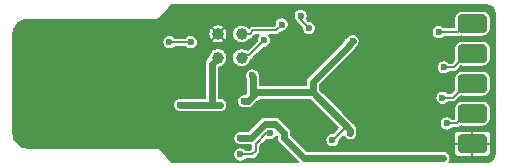
<source format=gbr>
G04 #@! TF.GenerationSoftware,KiCad,Pcbnew,5.0-dev-unknown-28f1209~61~ubuntu16.04.1*
G04 #@! TF.CreationDate,2018-02-17T17:57:14+01:00*
G04 #@! TF.ProjectId,ubmp_v1r1,75626D705F763172312E6B696361645F,rev?*
G04 #@! TF.SameCoordinates,Original*
G04 #@! TF.FileFunction,Copper,L2,Bot,Signal*
G04 #@! TF.FilePolarity,Positive*
%FSLAX46Y46*%
G04 Gerber Fmt 4.6, Leading zero omitted, Abs format (unit mm)*
G04 Created by KiCad (PCBNEW 5.0-dev-unknown-28f1209~61~ubuntu16.04.1) date Sat Feb 17 17:57:14 2018*
%MOMM*%
%LPD*%
G01*
G04 APERTURE LIST*
%ADD10C,0.100000*%
%ADD11C,1.600000*%
%ADD12C,1.000000*%
%ADD13C,0.600000*%
%ADD14C,0.200000*%
%ADD15C,0.600000*%
G04 APERTURE END LIST*
D10*
G36*
X118139207Y-110281926D02*
X118178036Y-110287686D01*
X118216114Y-110297224D01*
X118253073Y-110310448D01*
X118288559Y-110327231D01*
X118322228Y-110347412D01*
X118353757Y-110370796D01*
X118382843Y-110397157D01*
X118409204Y-110426243D01*
X118432588Y-110457772D01*
X118452769Y-110491441D01*
X118469552Y-110526927D01*
X118482776Y-110563886D01*
X118492314Y-110601964D01*
X118498074Y-110640793D01*
X118500000Y-110680000D01*
X118500000Y-111480000D01*
X118498074Y-111519207D01*
X118492314Y-111558036D01*
X118482776Y-111596114D01*
X118469552Y-111633073D01*
X118452769Y-111668559D01*
X118432588Y-111702228D01*
X118409204Y-111733757D01*
X118382843Y-111762843D01*
X118353757Y-111789204D01*
X118322228Y-111812588D01*
X118288559Y-111832769D01*
X118253073Y-111849552D01*
X118216114Y-111862776D01*
X118178036Y-111872314D01*
X118139207Y-111878074D01*
X118100000Y-111880000D01*
X116400000Y-111880000D01*
X116360793Y-111878074D01*
X116321964Y-111872314D01*
X116283886Y-111862776D01*
X116246927Y-111849552D01*
X116211441Y-111832769D01*
X116177772Y-111812588D01*
X116146243Y-111789204D01*
X116117157Y-111762843D01*
X116090796Y-111733757D01*
X116067412Y-111702228D01*
X116047231Y-111668559D01*
X116030448Y-111633073D01*
X116017224Y-111596114D01*
X116007686Y-111558036D01*
X116001926Y-111519207D01*
X116000000Y-111480000D01*
X116000000Y-110680000D01*
X116001926Y-110640793D01*
X116007686Y-110601964D01*
X116017224Y-110563886D01*
X116030448Y-110526927D01*
X116047231Y-110491441D01*
X116067412Y-110457772D01*
X116090796Y-110426243D01*
X116117157Y-110397157D01*
X116146243Y-110370796D01*
X116177772Y-110347412D01*
X116211441Y-110327231D01*
X116246927Y-110310448D01*
X116283886Y-110297224D01*
X116321964Y-110287686D01*
X116360793Y-110281926D01*
X116400000Y-110280000D01*
X118100000Y-110280000D01*
X118139207Y-110281926D01*
X118139207Y-110281926D01*
G37*
D11*
X117250000Y-111080000D03*
D10*
G36*
X118139207Y-100121926D02*
X118178036Y-100127686D01*
X118216114Y-100137224D01*
X118253073Y-100150448D01*
X118288559Y-100167231D01*
X118322228Y-100187412D01*
X118353757Y-100210796D01*
X118382843Y-100237157D01*
X118409204Y-100266243D01*
X118432588Y-100297772D01*
X118452769Y-100331441D01*
X118469552Y-100366927D01*
X118482776Y-100403886D01*
X118492314Y-100441964D01*
X118498074Y-100480793D01*
X118500000Y-100520000D01*
X118500000Y-101320000D01*
X118498074Y-101359207D01*
X118492314Y-101398036D01*
X118482776Y-101436114D01*
X118469552Y-101473073D01*
X118452769Y-101508559D01*
X118432588Y-101542228D01*
X118409204Y-101573757D01*
X118382843Y-101602843D01*
X118353757Y-101629204D01*
X118322228Y-101652588D01*
X118288559Y-101672769D01*
X118253073Y-101689552D01*
X118216114Y-101702776D01*
X118178036Y-101712314D01*
X118139207Y-101718074D01*
X118100000Y-101720000D01*
X116400000Y-101720000D01*
X116360793Y-101718074D01*
X116321964Y-101712314D01*
X116283886Y-101702776D01*
X116246927Y-101689552D01*
X116211441Y-101672769D01*
X116177772Y-101652588D01*
X116146243Y-101629204D01*
X116117157Y-101602843D01*
X116090796Y-101573757D01*
X116067412Y-101542228D01*
X116047231Y-101508559D01*
X116030448Y-101473073D01*
X116017224Y-101436114D01*
X116007686Y-101398036D01*
X116001926Y-101359207D01*
X116000000Y-101320000D01*
X116000000Y-100520000D01*
X116001926Y-100480793D01*
X116007686Y-100441964D01*
X116017224Y-100403886D01*
X116030448Y-100366927D01*
X116047231Y-100331441D01*
X116067412Y-100297772D01*
X116090796Y-100266243D01*
X116117157Y-100237157D01*
X116146243Y-100210796D01*
X116177772Y-100187412D01*
X116211441Y-100167231D01*
X116246927Y-100150448D01*
X116283886Y-100137224D01*
X116321964Y-100127686D01*
X116360793Y-100121926D01*
X116400000Y-100120000D01*
X118100000Y-100120000D01*
X118139207Y-100121926D01*
X118139207Y-100121926D01*
G37*
D11*
X117250000Y-100920000D03*
D10*
G36*
X118139207Y-105201926D02*
X118178036Y-105207686D01*
X118216114Y-105217224D01*
X118253073Y-105230448D01*
X118288559Y-105247231D01*
X118322228Y-105267412D01*
X118353757Y-105290796D01*
X118382843Y-105317157D01*
X118409204Y-105346243D01*
X118432588Y-105377772D01*
X118452769Y-105411441D01*
X118469552Y-105446927D01*
X118482776Y-105483886D01*
X118492314Y-105521964D01*
X118498074Y-105560793D01*
X118500000Y-105600000D01*
X118500000Y-106400000D01*
X118498074Y-106439207D01*
X118492314Y-106478036D01*
X118482776Y-106516114D01*
X118469552Y-106553073D01*
X118452769Y-106588559D01*
X118432588Y-106622228D01*
X118409204Y-106653757D01*
X118382843Y-106682843D01*
X118353757Y-106709204D01*
X118322228Y-106732588D01*
X118288559Y-106752769D01*
X118253073Y-106769552D01*
X118216114Y-106782776D01*
X118178036Y-106792314D01*
X118139207Y-106798074D01*
X118100000Y-106800000D01*
X116400000Y-106800000D01*
X116360793Y-106798074D01*
X116321964Y-106792314D01*
X116283886Y-106782776D01*
X116246927Y-106769552D01*
X116211441Y-106752769D01*
X116177772Y-106732588D01*
X116146243Y-106709204D01*
X116117157Y-106682843D01*
X116090796Y-106653757D01*
X116067412Y-106622228D01*
X116047231Y-106588559D01*
X116030448Y-106553073D01*
X116017224Y-106516114D01*
X116007686Y-106478036D01*
X116001926Y-106439207D01*
X116000000Y-106400000D01*
X116000000Y-105600000D01*
X116001926Y-105560793D01*
X116007686Y-105521964D01*
X116017224Y-105483886D01*
X116030448Y-105446927D01*
X116047231Y-105411441D01*
X116067412Y-105377772D01*
X116090796Y-105346243D01*
X116117157Y-105317157D01*
X116146243Y-105290796D01*
X116177772Y-105267412D01*
X116211441Y-105247231D01*
X116246927Y-105230448D01*
X116283886Y-105217224D01*
X116321964Y-105207686D01*
X116360793Y-105201926D01*
X116400000Y-105200000D01*
X118100000Y-105200000D01*
X118139207Y-105201926D01*
X118139207Y-105201926D01*
G37*
D11*
X117250000Y-106000000D03*
D10*
G36*
X118139207Y-102661926D02*
X118178036Y-102667686D01*
X118216114Y-102677224D01*
X118253073Y-102690448D01*
X118288559Y-102707231D01*
X118322228Y-102727412D01*
X118353757Y-102750796D01*
X118382843Y-102777157D01*
X118409204Y-102806243D01*
X118432588Y-102837772D01*
X118452769Y-102871441D01*
X118469552Y-102906927D01*
X118482776Y-102943886D01*
X118492314Y-102981964D01*
X118498074Y-103020793D01*
X118500000Y-103060000D01*
X118500000Y-103860000D01*
X118498074Y-103899207D01*
X118492314Y-103938036D01*
X118482776Y-103976114D01*
X118469552Y-104013073D01*
X118452769Y-104048559D01*
X118432588Y-104082228D01*
X118409204Y-104113757D01*
X118382843Y-104142843D01*
X118353757Y-104169204D01*
X118322228Y-104192588D01*
X118288559Y-104212769D01*
X118253073Y-104229552D01*
X118216114Y-104242776D01*
X118178036Y-104252314D01*
X118139207Y-104258074D01*
X118100000Y-104260000D01*
X116400000Y-104260000D01*
X116360793Y-104258074D01*
X116321964Y-104252314D01*
X116283886Y-104242776D01*
X116246927Y-104229552D01*
X116211441Y-104212769D01*
X116177772Y-104192588D01*
X116146243Y-104169204D01*
X116117157Y-104142843D01*
X116090796Y-104113757D01*
X116067412Y-104082228D01*
X116047231Y-104048559D01*
X116030448Y-104013073D01*
X116017224Y-103976114D01*
X116007686Y-103938036D01*
X116001926Y-103899207D01*
X116000000Y-103860000D01*
X116000000Y-103060000D01*
X116001926Y-103020793D01*
X116007686Y-102981964D01*
X116017224Y-102943886D01*
X116030448Y-102906927D01*
X116047231Y-102871441D01*
X116067412Y-102837772D01*
X116090796Y-102806243D01*
X116117157Y-102777157D01*
X116146243Y-102750796D01*
X116177772Y-102727412D01*
X116211441Y-102707231D01*
X116246927Y-102690448D01*
X116283886Y-102677224D01*
X116321964Y-102667686D01*
X116360793Y-102661926D01*
X116400000Y-102660000D01*
X118100000Y-102660000D01*
X118139207Y-102661926D01*
X118139207Y-102661926D01*
G37*
D11*
X117250000Y-103460000D03*
D10*
G36*
X118139207Y-107741926D02*
X118178036Y-107747686D01*
X118216114Y-107757224D01*
X118253073Y-107770448D01*
X118288559Y-107787231D01*
X118322228Y-107807412D01*
X118353757Y-107830796D01*
X118382843Y-107857157D01*
X118409204Y-107886243D01*
X118432588Y-107917772D01*
X118452769Y-107951441D01*
X118469552Y-107986927D01*
X118482776Y-108023886D01*
X118492314Y-108061964D01*
X118498074Y-108100793D01*
X118500000Y-108140000D01*
X118500000Y-108940000D01*
X118498074Y-108979207D01*
X118492314Y-109018036D01*
X118482776Y-109056114D01*
X118469552Y-109093073D01*
X118452769Y-109128559D01*
X118432588Y-109162228D01*
X118409204Y-109193757D01*
X118382843Y-109222843D01*
X118353757Y-109249204D01*
X118322228Y-109272588D01*
X118288559Y-109292769D01*
X118253073Y-109309552D01*
X118216114Y-109322776D01*
X118178036Y-109332314D01*
X118139207Y-109338074D01*
X118100000Y-109340000D01*
X116400000Y-109340000D01*
X116360793Y-109338074D01*
X116321964Y-109332314D01*
X116283886Y-109322776D01*
X116246927Y-109309552D01*
X116211441Y-109292769D01*
X116177772Y-109272588D01*
X116146243Y-109249204D01*
X116117157Y-109222843D01*
X116090796Y-109193757D01*
X116067412Y-109162228D01*
X116047231Y-109128559D01*
X116030448Y-109093073D01*
X116017224Y-109056114D01*
X116007686Y-109018036D01*
X116001926Y-108979207D01*
X116000000Y-108940000D01*
X116000000Y-108140000D01*
X116001926Y-108100793D01*
X116007686Y-108061964D01*
X116017224Y-108023886D01*
X116030448Y-107986927D01*
X116047231Y-107951441D01*
X116067412Y-107917772D01*
X116090796Y-107886243D01*
X116117157Y-107857157D01*
X116146243Y-107830796D01*
X116177772Y-107807412D01*
X116211441Y-107787231D01*
X116246927Y-107770448D01*
X116283886Y-107757224D01*
X116321964Y-107747686D01*
X116360793Y-107741926D01*
X116400000Y-107740000D01*
X118100000Y-107740000D01*
X118139207Y-107741926D01*
X118139207Y-107741926D01*
G37*
D11*
X117250000Y-108540000D03*
D12*
X97700000Y-101800000D03*
X97700000Y-103800000D03*
X95700000Y-101800000D03*
X95700000Y-103800000D03*
D13*
X105400000Y-110800000D03*
X107100000Y-102400000D03*
X106900006Y-110200000D03*
X94100000Y-111500000D03*
X106900000Y-111400000D03*
X102600000Y-110400000D03*
X101584305Y-112215691D03*
X105250000Y-105500000D03*
X100750000Y-105500000D03*
X103000000Y-107750000D03*
X103000000Y-103250000D03*
X103000000Y-105500000D03*
X97900000Y-107499998D03*
X98600000Y-105300000D03*
X96000000Y-109400000D03*
X92500000Y-104000006D03*
X118800000Y-99700000D03*
X118800000Y-104800000D03*
X118800000Y-107200000D03*
X118800000Y-112300000D03*
X108100000Y-99700000D03*
X91300000Y-108600000D03*
X91300000Y-110400000D03*
X98800000Y-108900000D03*
X107300000Y-104400000D03*
X110400000Y-101200000D03*
X103600000Y-99700000D03*
X110400000Y-108800000D03*
X110300000Y-106800000D03*
X118800000Y-109800000D03*
X118800000Y-102100000D03*
X92600000Y-101300000D03*
X91400000Y-101500000D03*
X108900000Y-104100000D03*
X97100000Y-107400000D03*
X94200000Y-106600000D03*
X94700000Y-102800000D03*
X92200000Y-100400000D03*
X98300000Y-111400000D03*
X100200000Y-100900000D03*
X114800000Y-112300000D03*
X95900000Y-107800000D03*
X97600000Y-110600000D03*
X92500000Y-107800000D03*
X91600014Y-102500000D03*
X93399978Y-102500000D03*
X101100000Y-101000004D03*
X99599264Y-102349265D03*
X97600000Y-112000000D03*
X100100000Y-110200000D03*
X102705127Y-100259027D03*
X103400000Y-101300000D03*
X114400000Y-101650000D03*
X115075735Y-109375735D03*
X114825735Y-104625735D03*
X114700000Y-107200000D03*
D14*
X106450003Y-109749997D02*
X105699999Y-110500001D01*
X106900006Y-110200000D02*
X106450003Y-109749997D01*
X105699999Y-110500001D02*
X105400000Y-110800000D01*
D15*
X103750000Y-105850000D02*
X106800001Y-102799999D01*
X106800001Y-102699999D02*
X107100000Y-102400000D01*
X103750000Y-106750000D02*
X103750000Y-105850000D01*
X106800001Y-102799999D02*
X106800001Y-102699999D01*
X98700000Y-105400000D02*
X98700000Y-107050000D01*
X98600000Y-105300000D02*
X98700000Y-105400000D01*
X98700000Y-107050000D02*
X98250002Y-107499998D01*
X99000000Y-106750000D02*
X103750000Y-106750000D01*
X103750000Y-106750000D02*
X106900006Y-109900006D01*
X106900006Y-109900006D02*
X106900006Y-110200000D01*
X98250002Y-107499998D02*
X99000000Y-106750000D01*
X98250002Y-107499998D02*
X97900000Y-107499998D01*
X98250002Y-107499998D02*
X98000000Y-107499998D01*
X98000000Y-107499998D02*
X97900000Y-107499998D01*
D14*
X95700000Y-101800000D02*
X94700000Y-102800000D01*
D15*
X99715999Y-109399999D02*
X98515998Y-110600000D01*
X100499999Y-109399999D02*
X99715999Y-109399999D01*
X101300000Y-110200000D02*
X100499999Y-109399999D01*
X103000000Y-112300000D02*
X101300000Y-110600000D01*
X101300000Y-110600000D02*
X101300000Y-110200000D01*
X114800000Y-112300000D02*
X103000000Y-112300000D01*
X98515998Y-110600000D02*
X97600000Y-110600000D01*
X95700000Y-103800000D02*
X95200001Y-104299999D01*
X95200001Y-104299999D02*
X95200001Y-107799999D01*
X95200001Y-107799999D02*
X95200000Y-107800000D01*
X95500000Y-107800000D02*
X95900000Y-107800000D01*
X95500000Y-107800000D02*
X92500000Y-107800000D01*
D14*
X93399978Y-102500000D02*
X91600014Y-102500000D01*
X101100000Y-101000004D02*
X100600003Y-101500001D01*
X100600003Y-101500001D02*
X98707105Y-101500001D01*
X98707105Y-101500001D02*
X98407106Y-101800000D01*
X98407106Y-101800000D02*
X97700000Y-101800000D01*
X99599264Y-102349265D02*
X98348530Y-103599999D01*
X98348530Y-103599999D02*
X98188001Y-103599999D01*
X98188001Y-103599999D02*
X97700000Y-103599999D01*
X98600000Y-112000000D02*
X98900000Y-111700000D01*
X97600000Y-112000000D02*
X98600000Y-112000000D01*
X98900000Y-111700000D02*
X98900000Y-111100000D01*
X98900000Y-111100000D02*
X99800000Y-110200000D01*
X99800000Y-110200000D02*
X100100000Y-110200000D01*
X102705127Y-100259027D02*
X102705127Y-100605127D01*
X102705127Y-100605127D02*
X103400000Y-101300000D01*
X116050000Y-101650000D02*
X116780000Y-100920000D01*
X114400000Y-101650000D02*
X116050000Y-101650000D01*
X116780000Y-100920000D02*
X117250000Y-100920000D01*
X115924265Y-109375735D02*
X116760000Y-108540000D01*
X115075735Y-109375735D02*
X115924265Y-109375735D01*
X116760000Y-108540000D02*
X117250000Y-108540000D01*
X115674265Y-104625735D02*
X116840000Y-103460000D01*
X114825735Y-104625735D02*
X115674265Y-104625735D01*
X116840000Y-103460000D02*
X117250000Y-103460000D01*
X115600000Y-107200000D02*
X116800000Y-106000000D01*
X114700000Y-107200000D02*
X115600000Y-107200000D01*
X116800000Y-106000000D02*
X117250000Y-106000000D01*
G36*
X118621045Y-99388667D02*
X118737483Y-99423821D01*
X118844876Y-99480923D01*
X118939128Y-99557793D01*
X119016657Y-99651508D01*
X119074507Y-99758501D01*
X119110472Y-99874688D01*
X119125001Y-100012914D01*
X119125000Y-111981663D01*
X119111333Y-112121044D01*
X119076178Y-112237485D01*
X119019077Y-112344876D01*
X118942207Y-112439128D01*
X118848488Y-112516659D01*
X118741498Y-112574508D01*
X118625316Y-112610472D01*
X118487096Y-112625000D01*
X115306617Y-112625000D01*
X115315259Y-112608832D01*
X115331713Y-112584207D01*
X115343047Y-112556844D01*
X115357010Y-112530721D01*
X115365608Y-112502377D01*
X115376942Y-112475014D01*
X115382721Y-112445963D01*
X115391318Y-112417621D01*
X115394221Y-112388148D01*
X115400000Y-112359095D01*
X115400000Y-112329474D01*
X115402903Y-112300000D01*
X115400000Y-112270526D01*
X115400000Y-112240905D01*
X115394221Y-112211852D01*
X115391318Y-112182379D01*
X115382721Y-112154037D01*
X115376942Y-112124986D01*
X115365608Y-112097623D01*
X115357010Y-112069279D01*
X115343047Y-112043156D01*
X115331713Y-112015793D01*
X115315259Y-111991168D01*
X115301296Y-111965045D01*
X115282504Y-111942147D01*
X115266050Y-111917522D01*
X115245109Y-111896581D01*
X115226317Y-111873683D01*
X115203419Y-111854891D01*
X115182478Y-111833950D01*
X115157853Y-111817496D01*
X115134955Y-111798704D01*
X115108832Y-111784741D01*
X115084207Y-111768287D01*
X115056844Y-111756953D01*
X115030721Y-111742990D01*
X115002377Y-111734392D01*
X114975014Y-111723058D01*
X114945963Y-111717279D01*
X114917621Y-111708682D01*
X114888148Y-111705779D01*
X114859095Y-111700000D01*
X103248528Y-111700000D01*
X101900000Y-110351473D01*
X101900000Y-110229473D01*
X101902903Y-110199999D01*
X101891318Y-110082378D01*
X101873323Y-110023058D01*
X101857010Y-109969279D01*
X101801296Y-109865045D01*
X101726317Y-109773683D01*
X101703419Y-109754891D01*
X100945112Y-108996585D01*
X100926316Y-108973682D01*
X100834954Y-108898703D01*
X100730720Y-108842989D01*
X100617620Y-108808681D01*
X100529473Y-108799999D01*
X100499999Y-108797096D01*
X100470525Y-108799999D01*
X99745473Y-108799999D01*
X99715999Y-108797096D01*
X99686525Y-108799999D01*
X99598378Y-108808681D01*
X99485278Y-108842989D01*
X99381044Y-108898703D01*
X99289682Y-108973682D01*
X99270890Y-108996580D01*
X98267471Y-110000000D01*
X97540905Y-110000000D01*
X97511852Y-110005779D01*
X97482379Y-110008682D01*
X97454037Y-110017279D01*
X97424986Y-110023058D01*
X97397623Y-110034392D01*
X97369279Y-110042990D01*
X97343156Y-110056953D01*
X97315793Y-110068287D01*
X97291168Y-110084741D01*
X97265045Y-110098704D01*
X97242147Y-110117496D01*
X97217522Y-110133950D01*
X97196581Y-110154891D01*
X97173683Y-110173683D01*
X97154894Y-110196578D01*
X97133950Y-110217522D01*
X97117496Y-110242147D01*
X97098704Y-110265045D01*
X97084741Y-110291168D01*
X97068287Y-110315793D01*
X97056953Y-110343156D01*
X97042990Y-110369279D01*
X97034392Y-110397623D01*
X97023058Y-110424986D01*
X97017279Y-110454037D01*
X97008682Y-110482379D01*
X97005779Y-110511852D01*
X97000000Y-110540905D01*
X97000000Y-110570526D01*
X96997097Y-110600000D01*
X97000000Y-110629473D01*
X97000000Y-110659095D01*
X97005779Y-110688148D01*
X97008682Y-110717621D01*
X97017279Y-110745963D01*
X97023058Y-110775014D01*
X97034392Y-110802377D01*
X97042990Y-110830721D01*
X97056953Y-110856844D01*
X97068287Y-110884207D01*
X97084741Y-110908832D01*
X97098704Y-110934955D01*
X97117496Y-110957853D01*
X97133950Y-110982478D01*
X97154891Y-111003419D01*
X97173683Y-111026317D01*
X97196581Y-111045109D01*
X97217522Y-111066050D01*
X97242147Y-111082504D01*
X97265045Y-111101296D01*
X97291168Y-111115259D01*
X97315793Y-111131713D01*
X97343156Y-111143047D01*
X97369279Y-111157010D01*
X97397623Y-111165608D01*
X97424986Y-111176942D01*
X97454037Y-111182721D01*
X97482379Y-111191318D01*
X97511852Y-111194221D01*
X97540905Y-111200000D01*
X98486524Y-111200000D01*
X98500001Y-111201327D01*
X98500000Y-111534314D01*
X98434315Y-111600000D01*
X98048528Y-111600000D01*
X97982478Y-111533950D01*
X97884207Y-111468287D01*
X97775014Y-111423058D01*
X97659095Y-111400000D01*
X97540905Y-111400000D01*
X97424986Y-111423058D01*
X97315793Y-111468287D01*
X97217522Y-111533950D01*
X97133950Y-111617522D01*
X97068287Y-111715793D01*
X97023058Y-111824986D01*
X97000000Y-111940905D01*
X97000000Y-112059095D01*
X97023058Y-112175014D01*
X97068287Y-112284207D01*
X97133950Y-112382478D01*
X97217522Y-112466050D01*
X97315793Y-112531713D01*
X97424986Y-112576942D01*
X97540905Y-112600000D01*
X97659095Y-112600000D01*
X97775014Y-112576942D01*
X97884207Y-112531713D01*
X97982478Y-112466050D01*
X98048528Y-112400000D01*
X98580354Y-112400000D01*
X98600000Y-112401935D01*
X98619646Y-112400000D01*
X98619647Y-112400000D01*
X98678414Y-112394212D01*
X98753814Y-112371340D01*
X98823303Y-112334197D01*
X98884211Y-112284211D01*
X98896737Y-112268948D01*
X99168954Y-111996732D01*
X99184211Y-111984211D01*
X99197921Y-111967506D01*
X99234197Y-111923303D01*
X99253809Y-111886611D01*
X99271340Y-111853814D01*
X99294212Y-111778414D01*
X99300000Y-111719647D01*
X99300000Y-111719645D01*
X99301935Y-111700001D01*
X99300000Y-111680357D01*
X99300000Y-111265685D01*
X99828648Y-110737038D01*
X99924986Y-110776942D01*
X100040905Y-110800000D01*
X100159095Y-110800000D01*
X100275014Y-110776942D01*
X100384207Y-110731713D01*
X100482478Y-110666050D01*
X100566050Y-110582478D01*
X100631713Y-110484207D01*
X100662164Y-110410692D01*
X100700000Y-110448528D01*
X100700000Y-110570526D01*
X100697097Y-110600000D01*
X100700000Y-110629473D01*
X100708682Y-110717620D01*
X100742990Y-110830720D01*
X100798704Y-110934954D01*
X100873683Y-111026317D01*
X100896586Y-111045113D01*
X102476472Y-112625000D01*
X91855331Y-112625000D01*
X90778195Y-111547866D01*
X90766448Y-111533552D01*
X90709347Y-111486691D01*
X90644200Y-111451869D01*
X90573513Y-111430426D01*
X90518419Y-111425000D01*
X90518416Y-111425000D01*
X90500000Y-111423186D01*
X90481584Y-111425000D01*
X79618338Y-111425000D01*
X79362413Y-111399906D01*
X79133875Y-111330907D01*
X78923090Y-111218830D01*
X78738092Y-111067949D01*
X78585920Y-110884006D01*
X78472377Y-110674013D01*
X78401783Y-110445963D01*
X78375000Y-110191142D01*
X78375000Y-107800000D01*
X91897097Y-107800000D01*
X91900000Y-107829473D01*
X91900000Y-107859095D01*
X91905779Y-107888148D01*
X91908682Y-107917621D01*
X91917279Y-107945963D01*
X91923058Y-107975014D01*
X91934392Y-108002377D01*
X91942990Y-108030721D01*
X91956953Y-108056844D01*
X91968287Y-108084207D01*
X91984741Y-108108832D01*
X91998704Y-108134955D01*
X92017496Y-108157853D01*
X92033950Y-108182478D01*
X92054891Y-108203419D01*
X92073683Y-108226317D01*
X92096581Y-108245109D01*
X92117522Y-108266050D01*
X92142147Y-108282504D01*
X92165045Y-108301296D01*
X92191168Y-108315259D01*
X92215793Y-108331713D01*
X92243156Y-108343047D01*
X92269279Y-108357010D01*
X92297623Y-108365608D01*
X92324986Y-108376942D01*
X92354037Y-108382721D01*
X92382379Y-108391318D01*
X92411852Y-108394221D01*
X92440905Y-108400000D01*
X95170526Y-108400000D01*
X95200000Y-108402903D01*
X95229474Y-108400000D01*
X95959095Y-108400000D01*
X95988148Y-108394221D01*
X96017621Y-108391318D01*
X96045963Y-108382721D01*
X96075014Y-108376942D01*
X96102377Y-108365608D01*
X96130721Y-108357010D01*
X96156844Y-108343047D01*
X96184207Y-108331713D01*
X96208832Y-108315259D01*
X96234955Y-108301296D01*
X96257853Y-108282504D01*
X96282478Y-108266050D01*
X96303419Y-108245109D01*
X96326317Y-108226317D01*
X96345109Y-108203419D01*
X96366050Y-108182478D01*
X96382504Y-108157853D01*
X96401296Y-108134955D01*
X96415259Y-108108832D01*
X96431713Y-108084207D01*
X96443047Y-108056844D01*
X96457010Y-108030721D01*
X96465608Y-108002377D01*
X96476942Y-107975014D01*
X96482721Y-107945963D01*
X96491318Y-107917621D01*
X96494221Y-107888148D01*
X96500000Y-107859095D01*
X96500000Y-107829473D01*
X96502903Y-107800000D01*
X96500000Y-107770526D01*
X96500000Y-107740905D01*
X96494221Y-107711852D01*
X96491318Y-107682379D01*
X96482721Y-107654037D01*
X96476942Y-107624986D01*
X96465608Y-107597623D01*
X96457010Y-107569279D01*
X96443047Y-107543156D01*
X96431713Y-107515793D01*
X96421160Y-107499998D01*
X97297097Y-107499998D01*
X97300000Y-107529472D01*
X97300000Y-107559093D01*
X97305779Y-107588146D01*
X97308682Y-107617619D01*
X97317279Y-107645961D01*
X97323058Y-107675012D01*
X97334392Y-107702375D01*
X97342990Y-107730719D01*
X97356953Y-107756842D01*
X97368287Y-107784205D01*
X97384741Y-107808830D01*
X97398704Y-107834953D01*
X97417496Y-107857851D01*
X97433950Y-107882476D01*
X97454891Y-107903417D01*
X97473683Y-107926315D01*
X97496581Y-107945107D01*
X97517522Y-107966048D01*
X97542147Y-107982502D01*
X97565045Y-108001294D01*
X97591168Y-108015257D01*
X97615793Y-108031711D01*
X97643156Y-108043045D01*
X97669279Y-108057008D01*
X97697623Y-108065606D01*
X97724986Y-108076940D01*
X97754037Y-108082719D01*
X97782379Y-108091316D01*
X97811852Y-108094219D01*
X97840905Y-108099998D01*
X98220528Y-108099998D01*
X98250002Y-108102901D01*
X98279476Y-108099998D01*
X98367623Y-108091316D01*
X98480723Y-108057008D01*
X98584957Y-108001294D01*
X98676319Y-107926315D01*
X98695115Y-107903412D01*
X98848232Y-107750295D01*
X99103420Y-107495108D01*
X99126317Y-107476317D01*
X99145108Y-107453421D01*
X99248529Y-107350000D01*
X103501473Y-107350000D01*
X105892893Y-109741421D01*
X105434315Y-110200000D01*
X105340905Y-110200000D01*
X105224986Y-110223058D01*
X105115793Y-110268287D01*
X105017522Y-110333950D01*
X104933950Y-110417522D01*
X104868287Y-110515793D01*
X104823058Y-110624986D01*
X104800000Y-110740905D01*
X104800000Y-110859095D01*
X104823058Y-110975014D01*
X104868287Y-111084207D01*
X104933950Y-111182478D01*
X105017522Y-111266050D01*
X105115793Y-111331713D01*
X105224986Y-111376942D01*
X105340905Y-111400000D01*
X105459095Y-111400000D01*
X105575014Y-111376942D01*
X105684207Y-111331713D01*
X105782478Y-111266050D01*
X105866050Y-111182478D01*
X105881069Y-111160000D01*
X115700000Y-111160000D01*
X115700000Y-111909547D01*
X115711529Y-111967506D01*
X115734143Y-112022103D01*
X115766975Y-112071239D01*
X115808761Y-112113025D01*
X115857896Y-112145856D01*
X115912493Y-112168471D01*
X115970452Y-112180000D01*
X117170000Y-112180000D01*
X117245000Y-112105000D01*
X117245000Y-111085000D01*
X117255000Y-111085000D01*
X117255000Y-112105000D01*
X117330000Y-112180000D01*
X118529548Y-112180000D01*
X118587507Y-112168471D01*
X118642104Y-112145856D01*
X118691239Y-112113025D01*
X118733025Y-112071239D01*
X118765857Y-112022103D01*
X118788471Y-111967506D01*
X118800000Y-111909547D01*
X118800000Y-111160000D01*
X118725000Y-111085000D01*
X117255000Y-111085000D01*
X117245000Y-111085000D01*
X115775000Y-111085000D01*
X115700000Y-111160000D01*
X105881069Y-111160000D01*
X105931713Y-111084207D01*
X105976942Y-110975014D01*
X106000000Y-110859095D01*
X106000000Y-110765685D01*
X106341127Y-110424559D01*
X106342996Y-110430721D01*
X106356958Y-110456842D01*
X106368293Y-110484207D01*
X106384751Y-110508838D01*
X106398711Y-110534955D01*
X106417498Y-110557847D01*
X106433956Y-110582478D01*
X106454903Y-110603425D01*
X106473690Y-110626317D01*
X106496582Y-110645104D01*
X106517528Y-110666050D01*
X106542158Y-110682507D01*
X106565052Y-110701296D01*
X106591170Y-110715256D01*
X106615799Y-110731713D01*
X106643167Y-110743049D01*
X106669286Y-110757010D01*
X106697626Y-110765607D01*
X106724992Y-110776942D01*
X106754046Y-110782721D01*
X106782386Y-110791318D01*
X106811857Y-110794221D01*
X106840911Y-110800000D01*
X106870532Y-110800000D01*
X106900006Y-110802903D01*
X106929480Y-110800000D01*
X106959101Y-110800000D01*
X106988154Y-110794221D01*
X107017627Y-110791318D01*
X107045969Y-110782721D01*
X107075020Y-110776942D01*
X107102383Y-110765608D01*
X107130727Y-110757010D01*
X107156850Y-110743047D01*
X107184213Y-110731713D01*
X107208838Y-110715259D01*
X107234961Y-110701296D01*
X107257859Y-110682504D01*
X107282484Y-110666050D01*
X107303425Y-110645109D01*
X107326323Y-110626317D01*
X107345115Y-110603419D01*
X107366056Y-110582478D01*
X107382510Y-110557853D01*
X107401302Y-110534955D01*
X107415265Y-110508832D01*
X107431719Y-110484207D01*
X107443053Y-110456844D01*
X107457016Y-110430721D01*
X107465614Y-110402378D01*
X107476948Y-110375014D01*
X107482727Y-110345961D01*
X107491324Y-110317620D01*
X107494227Y-110288149D01*
X107500006Y-110259095D01*
X107500006Y-110250453D01*
X115700000Y-110250453D01*
X115700000Y-111000000D01*
X115775000Y-111075000D01*
X117245000Y-111075000D01*
X117245000Y-110055000D01*
X117255000Y-110055000D01*
X117255000Y-111075000D01*
X118725000Y-111075000D01*
X118800000Y-111000000D01*
X118800000Y-110250453D01*
X118788471Y-110192494D01*
X118765857Y-110137897D01*
X118733025Y-110088761D01*
X118691239Y-110046975D01*
X118642104Y-110014144D01*
X118587507Y-109991529D01*
X118529548Y-109980000D01*
X117330000Y-109980000D01*
X117255000Y-110055000D01*
X117245000Y-110055000D01*
X117170000Y-109980000D01*
X115970452Y-109980000D01*
X115912493Y-109991529D01*
X115857896Y-110014144D01*
X115808761Y-110046975D01*
X115766975Y-110088761D01*
X115734143Y-110137897D01*
X115711529Y-110192494D01*
X115700000Y-110250453D01*
X107500006Y-110250453D01*
X107500006Y-109929479D01*
X107502909Y-109900005D01*
X107491324Y-109782385D01*
X107487551Y-109769947D01*
X107457016Y-109669285D01*
X107401302Y-109565051D01*
X107326323Y-109473689D01*
X107303426Y-109454898D01*
X107165168Y-109316640D01*
X114475735Y-109316640D01*
X114475735Y-109434830D01*
X114498793Y-109550749D01*
X114544022Y-109659942D01*
X114609685Y-109758213D01*
X114693257Y-109841785D01*
X114791528Y-109907448D01*
X114900721Y-109952677D01*
X115016640Y-109975735D01*
X115134830Y-109975735D01*
X115250749Y-109952677D01*
X115359942Y-109907448D01*
X115458213Y-109841785D01*
X115524263Y-109775735D01*
X115904619Y-109775735D01*
X115924265Y-109777670D01*
X115943911Y-109775735D01*
X115943912Y-109775735D01*
X116002679Y-109769947D01*
X116078079Y-109747075D01*
X116147568Y-109709932D01*
X116208476Y-109659946D01*
X116221002Y-109644683D01*
X116243634Y-109622052D01*
X116263154Y-109627973D01*
X116400000Y-109641451D01*
X118100000Y-109641451D01*
X118236846Y-109627973D01*
X118368434Y-109588056D01*
X118489705Y-109523235D01*
X118596001Y-109436001D01*
X118683235Y-109329705D01*
X118748056Y-109208434D01*
X118787973Y-109076846D01*
X118801451Y-108940000D01*
X118801451Y-108140000D01*
X118787973Y-108003154D01*
X118748056Y-107871566D01*
X118683235Y-107750295D01*
X118596001Y-107643999D01*
X118489705Y-107556765D01*
X118368434Y-107491944D01*
X118236846Y-107452027D01*
X118100000Y-107438549D01*
X116400000Y-107438549D01*
X116263154Y-107452027D01*
X116131566Y-107491944D01*
X116010295Y-107556765D01*
X115903999Y-107643999D01*
X115816765Y-107750295D01*
X115751944Y-107871566D01*
X115712027Y-108003154D01*
X115698549Y-108140000D01*
X115698549Y-108940000D01*
X115702069Y-108975735D01*
X115524263Y-108975735D01*
X115458213Y-108909685D01*
X115359942Y-108844022D01*
X115250749Y-108798793D01*
X115134830Y-108775735D01*
X115016640Y-108775735D01*
X114900721Y-108798793D01*
X114791528Y-108844022D01*
X114693257Y-108909685D01*
X114609685Y-108993257D01*
X114544022Y-109091528D01*
X114498793Y-109200721D01*
X114475735Y-109316640D01*
X107165168Y-109316640D01*
X104989433Y-107140905D01*
X114100000Y-107140905D01*
X114100000Y-107259095D01*
X114123058Y-107375014D01*
X114168287Y-107484207D01*
X114233950Y-107582478D01*
X114317522Y-107666050D01*
X114415793Y-107731713D01*
X114524986Y-107776942D01*
X114640905Y-107800000D01*
X114759095Y-107800000D01*
X114875014Y-107776942D01*
X114984207Y-107731713D01*
X115082478Y-107666050D01*
X115148528Y-107600000D01*
X115580354Y-107600000D01*
X115600000Y-107601935D01*
X115619646Y-107600000D01*
X115619647Y-107600000D01*
X115678414Y-107594212D01*
X115753814Y-107571340D01*
X115823303Y-107534197D01*
X115884211Y-107484211D01*
X115896737Y-107468948D01*
X116276407Y-107089278D01*
X116400000Y-107101451D01*
X118100000Y-107101451D01*
X118236846Y-107087973D01*
X118368434Y-107048056D01*
X118489705Y-106983235D01*
X118596001Y-106896001D01*
X118683235Y-106789705D01*
X118748056Y-106668434D01*
X118787973Y-106536846D01*
X118801451Y-106400000D01*
X118801451Y-105600000D01*
X118787973Y-105463154D01*
X118748056Y-105331566D01*
X118683235Y-105210295D01*
X118596001Y-105103999D01*
X118489705Y-105016765D01*
X118368434Y-104951944D01*
X118236846Y-104912027D01*
X118100000Y-104898549D01*
X116400000Y-104898549D01*
X116263154Y-104912027D01*
X116131566Y-104951944D01*
X116010295Y-105016765D01*
X115903999Y-105103999D01*
X115816765Y-105210295D01*
X115751944Y-105331566D01*
X115712027Y-105463154D01*
X115698549Y-105600000D01*
X115698549Y-106400000D01*
X115710722Y-106523593D01*
X115434315Y-106800000D01*
X115148528Y-106800000D01*
X115082478Y-106733950D01*
X114984207Y-106668287D01*
X114875014Y-106623058D01*
X114759095Y-106600000D01*
X114640905Y-106600000D01*
X114524986Y-106623058D01*
X114415793Y-106668287D01*
X114317522Y-106733950D01*
X114233950Y-106817522D01*
X114168287Y-106915793D01*
X114123058Y-107024986D01*
X114100000Y-107140905D01*
X104989433Y-107140905D01*
X104350000Y-106501473D01*
X104350000Y-106098527D01*
X105881887Y-104566640D01*
X114225735Y-104566640D01*
X114225735Y-104684830D01*
X114248793Y-104800749D01*
X114294022Y-104909942D01*
X114359685Y-105008213D01*
X114443257Y-105091785D01*
X114541528Y-105157448D01*
X114650721Y-105202677D01*
X114766640Y-105225735D01*
X114884830Y-105225735D01*
X115000749Y-105202677D01*
X115109942Y-105157448D01*
X115208213Y-105091785D01*
X115274263Y-105025735D01*
X115654619Y-105025735D01*
X115674265Y-105027670D01*
X115693911Y-105025735D01*
X115693912Y-105025735D01*
X115752679Y-105019947D01*
X115828079Y-104997075D01*
X115897568Y-104959932D01*
X115958476Y-104909946D01*
X115971002Y-104894683D01*
X116312821Y-104552865D01*
X116400000Y-104561451D01*
X118100000Y-104561451D01*
X118236846Y-104547973D01*
X118368434Y-104508056D01*
X118489705Y-104443235D01*
X118596001Y-104356001D01*
X118683235Y-104249705D01*
X118748056Y-104128434D01*
X118787973Y-103996846D01*
X118801451Y-103860000D01*
X118801451Y-103060000D01*
X118787973Y-102923154D01*
X118748056Y-102791566D01*
X118683235Y-102670295D01*
X118596001Y-102563999D01*
X118489705Y-102476765D01*
X118368434Y-102411944D01*
X118236846Y-102372027D01*
X118100000Y-102358549D01*
X116400000Y-102358549D01*
X116263154Y-102372027D01*
X116131566Y-102411944D01*
X116010295Y-102476765D01*
X115903999Y-102563999D01*
X115816765Y-102670295D01*
X115751944Y-102791566D01*
X115712027Y-102923154D01*
X115698549Y-103060000D01*
X115698549Y-103860000D01*
X115712027Y-103996846D01*
X115717948Y-104016366D01*
X115508580Y-104225735D01*
X115274263Y-104225735D01*
X115208213Y-104159685D01*
X115109942Y-104094022D01*
X115000749Y-104048793D01*
X114884830Y-104025735D01*
X114766640Y-104025735D01*
X114650721Y-104048793D01*
X114541528Y-104094022D01*
X114443257Y-104159685D01*
X114359685Y-104243257D01*
X114294022Y-104341528D01*
X114248793Y-104450721D01*
X114225735Y-104566640D01*
X105881887Y-104566640D01*
X107203421Y-103245107D01*
X107226318Y-103226316D01*
X107301297Y-103134954D01*
X107342394Y-103058066D01*
X107357011Y-103030721D01*
X107374082Y-102974445D01*
X107482475Y-102866052D01*
X107482478Y-102866050D01*
X107566050Y-102782478D01*
X107582511Y-102757842D01*
X107601295Y-102734954D01*
X107615253Y-102708841D01*
X107631713Y-102684207D01*
X107643049Y-102656840D01*
X107657010Y-102630721D01*
X107665608Y-102602377D01*
X107676942Y-102575014D01*
X107682721Y-102545963D01*
X107691318Y-102517621D01*
X107694221Y-102488148D01*
X107700000Y-102459095D01*
X107700000Y-102429474D01*
X107702903Y-102400000D01*
X107700000Y-102370526D01*
X107700000Y-102340905D01*
X107694221Y-102311852D01*
X107691318Y-102282379D01*
X107682721Y-102254037D01*
X107676942Y-102224986D01*
X107665608Y-102197623D01*
X107657010Y-102169279D01*
X107643049Y-102143160D01*
X107631713Y-102115793D01*
X107615253Y-102091159D01*
X107601295Y-102065046D01*
X107582510Y-102042156D01*
X107566050Y-102017522D01*
X107545106Y-101996578D01*
X107526317Y-101973683D01*
X107503422Y-101954894D01*
X107482478Y-101933950D01*
X107457844Y-101917490D01*
X107434954Y-101898705D01*
X107408841Y-101884747D01*
X107384207Y-101868287D01*
X107356840Y-101856951D01*
X107330721Y-101842990D01*
X107302377Y-101834392D01*
X107275014Y-101823058D01*
X107245963Y-101817279D01*
X107217621Y-101808682D01*
X107188148Y-101805779D01*
X107159095Y-101800000D01*
X107129474Y-101800000D01*
X107100000Y-101797097D01*
X107070526Y-101800000D01*
X107040905Y-101800000D01*
X107011852Y-101805779D01*
X106982379Y-101808682D01*
X106954037Y-101817279D01*
X106924986Y-101823058D01*
X106897623Y-101834392D01*
X106869279Y-101842990D01*
X106843160Y-101856951D01*
X106815793Y-101868287D01*
X106791159Y-101884747D01*
X106765046Y-101898705D01*
X106742158Y-101917489D01*
X106717522Y-101933950D01*
X106633950Y-102017522D01*
X106633948Y-102017525D01*
X106396583Y-102254890D01*
X106373685Y-102273682D01*
X106298705Y-102365044D01*
X106242991Y-102469278D01*
X106225921Y-102525551D01*
X103346582Y-105404891D01*
X103323684Y-105423683D01*
X103248705Y-105515045D01*
X103247329Y-105517620D01*
X103192991Y-105619279D01*
X103158682Y-105732380D01*
X103147097Y-105850000D01*
X103150000Y-105879474D01*
X103150000Y-106150000D01*
X99300000Y-106150000D01*
X99300000Y-105429473D01*
X99302903Y-105399999D01*
X99291318Y-105282379D01*
X99257010Y-105169279D01*
X99201296Y-105065045D01*
X99126317Y-104973683D01*
X99103419Y-104954891D01*
X99066051Y-104917524D01*
X99066050Y-104917522D01*
X98982478Y-104833950D01*
X98957842Y-104817489D01*
X98934954Y-104798705D01*
X98908843Y-104784748D01*
X98884207Y-104768287D01*
X98856834Y-104756949D01*
X98830721Y-104742991D01*
X98802384Y-104734395D01*
X98775014Y-104723058D01*
X98745958Y-104717278D01*
X98717620Y-104708682D01*
X98688149Y-104705779D01*
X98659095Y-104700000D01*
X98629474Y-104700000D01*
X98600000Y-104697097D01*
X98570526Y-104700000D01*
X98540905Y-104700000D01*
X98511851Y-104705779D01*
X98482380Y-104708682D01*
X98454042Y-104717278D01*
X98424986Y-104723058D01*
X98397616Y-104734395D01*
X98369279Y-104742991D01*
X98343166Y-104756949D01*
X98315793Y-104768287D01*
X98291157Y-104784748D01*
X98265046Y-104798705D01*
X98242159Y-104817488D01*
X98217522Y-104833950D01*
X98196571Y-104854901D01*
X98173684Y-104873684D01*
X98154901Y-104896571D01*
X98133950Y-104917522D01*
X98117488Y-104942159D01*
X98098705Y-104965046D01*
X98084748Y-104991157D01*
X98068287Y-105015793D01*
X98056949Y-105043166D01*
X98042991Y-105069279D01*
X98034395Y-105097616D01*
X98023058Y-105124986D01*
X98017278Y-105154042D01*
X98008682Y-105182380D01*
X98005779Y-105211851D01*
X98000000Y-105240905D01*
X98000000Y-105270526D01*
X97997097Y-105300000D01*
X98000000Y-105329474D01*
X98000000Y-105359095D01*
X98005779Y-105388149D01*
X98008682Y-105417620D01*
X98017278Y-105445958D01*
X98023058Y-105475014D01*
X98034395Y-105502384D01*
X98042991Y-105530721D01*
X98056949Y-105556834D01*
X98068287Y-105584207D01*
X98084748Y-105608843D01*
X98098705Y-105634954D01*
X98100000Y-105636532D01*
X98100001Y-106801471D01*
X98001475Y-106899998D01*
X97840905Y-106899998D01*
X97811852Y-106905777D01*
X97782379Y-106908680D01*
X97754037Y-106917277D01*
X97724986Y-106923056D01*
X97697623Y-106934390D01*
X97669279Y-106942988D01*
X97643156Y-106956951D01*
X97615793Y-106968285D01*
X97591168Y-106984739D01*
X97565045Y-106998702D01*
X97542147Y-107017494D01*
X97517522Y-107033948D01*
X97496581Y-107054889D01*
X97473683Y-107073681D01*
X97454894Y-107096576D01*
X97433950Y-107117520D01*
X97417496Y-107142145D01*
X97398704Y-107165043D01*
X97384741Y-107191166D01*
X97368287Y-107215791D01*
X97356953Y-107243154D01*
X97342990Y-107269277D01*
X97334392Y-107297621D01*
X97323058Y-107324984D01*
X97317279Y-107354035D01*
X97308682Y-107382377D01*
X97305779Y-107411850D01*
X97300000Y-107440903D01*
X97300000Y-107470524D01*
X97297097Y-107499998D01*
X96421160Y-107499998D01*
X96415259Y-107491168D01*
X96401296Y-107465045D01*
X96382504Y-107442147D01*
X96366050Y-107417522D01*
X96345106Y-107396578D01*
X96326317Y-107373683D01*
X96303419Y-107354891D01*
X96282478Y-107333950D01*
X96257853Y-107317496D01*
X96234955Y-107298704D01*
X96208832Y-107284741D01*
X96184207Y-107268287D01*
X96156844Y-107256953D01*
X96130721Y-107242990D01*
X96102377Y-107234392D01*
X96075014Y-107223058D01*
X96045963Y-107217279D01*
X96017621Y-107208682D01*
X95988148Y-107205779D01*
X95959095Y-107200000D01*
X95800001Y-107200000D01*
X95800001Y-104595782D01*
X95933351Y-104569257D01*
X96078942Y-104508951D01*
X96209970Y-104421401D01*
X96321401Y-104309970D01*
X96408951Y-104178942D01*
X96469257Y-104033351D01*
X96500000Y-103878793D01*
X96500000Y-103721207D01*
X96469257Y-103566649D01*
X96408951Y-103421058D01*
X96321401Y-103290030D01*
X96209970Y-103178599D01*
X96078942Y-103091049D01*
X95933351Y-103030743D01*
X95778793Y-103000000D01*
X95621207Y-103000000D01*
X95466649Y-103030743D01*
X95321058Y-103091049D01*
X95190030Y-103178599D01*
X95078599Y-103290030D01*
X94991049Y-103421058D01*
X94930743Y-103566649D01*
X94900000Y-103721207D01*
X94900000Y-103751472D01*
X94796586Y-103854886D01*
X94773684Y-103873682D01*
X94698705Y-103965045D01*
X94642991Y-104069279D01*
X94625047Y-104128434D01*
X94608683Y-104182379D01*
X94597098Y-104299999D01*
X94600001Y-104329473D01*
X94600002Y-107200000D01*
X92440905Y-107200000D01*
X92411852Y-107205779D01*
X92382379Y-107208682D01*
X92354037Y-107217279D01*
X92324986Y-107223058D01*
X92297623Y-107234392D01*
X92269279Y-107242990D01*
X92243156Y-107256953D01*
X92215793Y-107268287D01*
X92191168Y-107284741D01*
X92165045Y-107298704D01*
X92142147Y-107317496D01*
X92117522Y-107333950D01*
X92096581Y-107354891D01*
X92073683Y-107373683D01*
X92054894Y-107396578D01*
X92033950Y-107417522D01*
X92017496Y-107442147D01*
X91998704Y-107465045D01*
X91984741Y-107491168D01*
X91968287Y-107515793D01*
X91956953Y-107543156D01*
X91942990Y-107569279D01*
X91934392Y-107597623D01*
X91923058Y-107624986D01*
X91917279Y-107654037D01*
X91908682Y-107682379D01*
X91905779Y-107711852D01*
X91900000Y-107740905D01*
X91900000Y-107770526D01*
X91897097Y-107800000D01*
X78375000Y-107800000D01*
X78375000Y-102440905D01*
X91000014Y-102440905D01*
X91000014Y-102559095D01*
X91023072Y-102675014D01*
X91068301Y-102784207D01*
X91133964Y-102882478D01*
X91217536Y-102966050D01*
X91315807Y-103031713D01*
X91425000Y-103076942D01*
X91540919Y-103100000D01*
X91659109Y-103100000D01*
X91775028Y-103076942D01*
X91884221Y-103031713D01*
X91982492Y-102966050D01*
X92048542Y-102900000D01*
X92951450Y-102900000D01*
X93017500Y-102966050D01*
X93115771Y-103031713D01*
X93224964Y-103076942D01*
X93340883Y-103100000D01*
X93459073Y-103100000D01*
X93574992Y-103076942D01*
X93684185Y-103031713D01*
X93782456Y-102966050D01*
X93866028Y-102882478D01*
X93931691Y-102784207D01*
X93976920Y-102675014D01*
X93999978Y-102559095D01*
X93999978Y-102440905D01*
X93976920Y-102324986D01*
X93974405Y-102318913D01*
X95188158Y-102318913D01*
X95231551Y-102453271D01*
X95367999Y-102532109D01*
X95517206Y-102582811D01*
X95673438Y-102603431D01*
X95830690Y-102593175D01*
X95982919Y-102552438D01*
X96124276Y-102482786D01*
X96168449Y-102453271D01*
X96211842Y-102318913D01*
X95700000Y-101807071D01*
X95188158Y-102318913D01*
X93974405Y-102318913D01*
X93931691Y-102215793D01*
X93866028Y-102117522D01*
X93782456Y-102033950D01*
X93684185Y-101968287D01*
X93574992Y-101923058D01*
X93459073Y-101900000D01*
X93340883Y-101900000D01*
X93224964Y-101923058D01*
X93115771Y-101968287D01*
X93017500Y-102033950D01*
X92951450Y-102100000D01*
X92048542Y-102100000D01*
X91982492Y-102033950D01*
X91884221Y-101968287D01*
X91775028Y-101923058D01*
X91659109Y-101900000D01*
X91540919Y-101900000D01*
X91425000Y-101923058D01*
X91315807Y-101968287D01*
X91217536Y-102033950D01*
X91133964Y-102117522D01*
X91068301Y-102215793D01*
X91023072Y-102324986D01*
X91000014Y-102440905D01*
X78375000Y-102440905D01*
X78375000Y-101818338D01*
X78379402Y-101773438D01*
X94896569Y-101773438D01*
X94906825Y-101930690D01*
X94947562Y-102082919D01*
X95017214Y-102224276D01*
X95046729Y-102268449D01*
X95181087Y-102311842D01*
X95692929Y-101800000D01*
X95707071Y-101800000D01*
X96218913Y-102311842D01*
X96353271Y-102268449D01*
X96432109Y-102132001D01*
X96482811Y-101982794D01*
X96503431Y-101826562D01*
X96496560Y-101721207D01*
X96900000Y-101721207D01*
X96900000Y-101878793D01*
X96930743Y-102033351D01*
X96991049Y-102178942D01*
X97078599Y-102309970D01*
X97190030Y-102421401D01*
X97321058Y-102508951D01*
X97466649Y-102569257D01*
X97621207Y-102600000D01*
X97778793Y-102600000D01*
X97933351Y-102569257D01*
X98078942Y-102508951D01*
X98209970Y-102421401D01*
X98321401Y-102309970D01*
X98394422Y-102200686D01*
X98407106Y-102201935D01*
X98426752Y-102200000D01*
X98426753Y-102200000D01*
X98485520Y-102194212D01*
X98560920Y-102171340D01*
X98630409Y-102134197D01*
X98691317Y-102084211D01*
X98703843Y-102068948D01*
X98872790Y-101900001D01*
X99200000Y-101900001D01*
X99133214Y-101966787D01*
X99067551Y-102065058D01*
X99022322Y-102174251D01*
X98999264Y-102290170D01*
X98999264Y-102383579D01*
X98206538Y-103176306D01*
X98078942Y-103091049D01*
X97933351Y-103030743D01*
X97778793Y-103000000D01*
X97621207Y-103000000D01*
X97466649Y-103030743D01*
X97321058Y-103091049D01*
X97190030Y-103178599D01*
X97078599Y-103290030D01*
X96991049Y-103421058D01*
X96930743Y-103566649D01*
X96900000Y-103721207D01*
X96900000Y-103878793D01*
X96930743Y-104033351D01*
X96991049Y-104178942D01*
X97078599Y-104309970D01*
X97190030Y-104421401D01*
X97321058Y-104508951D01*
X97466649Y-104569257D01*
X97621207Y-104600000D01*
X97778793Y-104600000D01*
X97933351Y-104569257D01*
X98078942Y-104508951D01*
X98209970Y-104421401D01*
X98321401Y-104309970D01*
X98408951Y-104178942D01*
X98469257Y-104033351D01*
X98480259Y-103978038D01*
X98502344Y-103971339D01*
X98571833Y-103934196D01*
X98632741Y-103884210D01*
X98645267Y-103868947D01*
X99564950Y-102949265D01*
X99658359Y-102949265D01*
X99774278Y-102926207D01*
X99883471Y-102880978D01*
X99981742Y-102815315D01*
X100065314Y-102731743D01*
X100130977Y-102633472D01*
X100176206Y-102524279D01*
X100199264Y-102408360D01*
X100199264Y-102290170D01*
X100176206Y-102174251D01*
X100130977Y-102065058D01*
X100065314Y-101966787D01*
X99998528Y-101900001D01*
X100580357Y-101900001D01*
X100600003Y-101901936D01*
X100619649Y-101900001D01*
X100619650Y-101900001D01*
X100678417Y-101894213D01*
X100753817Y-101871341D01*
X100823306Y-101834198D01*
X100884214Y-101784212D01*
X100896740Y-101768949D01*
X101065685Y-101600004D01*
X101159095Y-101600004D01*
X101275014Y-101576946D01*
X101384207Y-101531717D01*
X101482478Y-101466054D01*
X101566050Y-101382482D01*
X101631713Y-101284211D01*
X101676942Y-101175018D01*
X101700000Y-101059099D01*
X101700000Y-100940909D01*
X101676942Y-100824990D01*
X101631713Y-100715797D01*
X101566050Y-100617526D01*
X101482478Y-100533954D01*
X101384207Y-100468291D01*
X101275014Y-100423062D01*
X101159095Y-100400004D01*
X101040905Y-100400004D01*
X100924986Y-100423062D01*
X100815793Y-100468291D01*
X100717522Y-100533954D01*
X100633950Y-100617526D01*
X100568287Y-100715797D01*
X100523058Y-100824990D01*
X100500000Y-100940909D01*
X100500000Y-101034319D01*
X100434318Y-101100001D01*
X98726752Y-101100001D01*
X98707105Y-101098066D01*
X98687458Y-101100001D01*
X98628691Y-101105789D01*
X98553291Y-101128661D01*
X98483802Y-101165804D01*
X98422894Y-101215790D01*
X98410370Y-101231051D01*
X98333413Y-101308008D01*
X98321401Y-101290030D01*
X98209970Y-101178599D01*
X98078942Y-101091049D01*
X97933351Y-101030743D01*
X97778793Y-101000000D01*
X97621207Y-101000000D01*
X97466649Y-101030743D01*
X97321058Y-101091049D01*
X97190030Y-101178599D01*
X97078599Y-101290030D01*
X96991049Y-101421058D01*
X96930743Y-101566649D01*
X96900000Y-101721207D01*
X96496560Y-101721207D01*
X96493175Y-101669310D01*
X96452438Y-101517081D01*
X96382786Y-101375724D01*
X96353271Y-101331551D01*
X96218913Y-101288158D01*
X95707071Y-101800000D01*
X95692929Y-101800000D01*
X95181087Y-101288158D01*
X95046729Y-101331551D01*
X94967891Y-101467999D01*
X94917189Y-101617206D01*
X94896569Y-101773438D01*
X78379402Y-101773438D01*
X78400094Y-101562413D01*
X78469094Y-101333874D01*
X78497161Y-101281087D01*
X95188158Y-101281087D01*
X95700000Y-101792929D01*
X96211842Y-101281087D01*
X96168449Y-101146729D01*
X96032001Y-101067891D01*
X95882794Y-101017189D01*
X95726562Y-100996569D01*
X95569310Y-101006825D01*
X95417081Y-101047562D01*
X95275724Y-101117214D01*
X95231551Y-101146729D01*
X95188158Y-101281087D01*
X78497161Y-101281087D01*
X78581169Y-101123091D01*
X78732053Y-100938089D01*
X78915993Y-100785920D01*
X79125991Y-100672375D01*
X79354036Y-100601783D01*
X79608858Y-100575000D01*
X90481584Y-100575000D01*
X90500000Y-100576814D01*
X90518416Y-100575000D01*
X90518419Y-100575000D01*
X90573513Y-100569574D01*
X90644200Y-100548131D01*
X90709347Y-100513309D01*
X90766448Y-100466448D01*
X90778195Y-100452134D01*
X91030397Y-100199932D01*
X102105127Y-100199932D01*
X102105127Y-100318122D01*
X102128185Y-100434041D01*
X102173414Y-100543234D01*
X102239077Y-100641505D01*
X102322649Y-100725077D01*
X102323735Y-100725803D01*
X102327594Y-100738523D01*
X102333788Y-100758941D01*
X102370930Y-100828429D01*
X102408392Y-100874077D01*
X102408395Y-100874080D01*
X102420917Y-100889338D01*
X102436174Y-100901859D01*
X102800000Y-101265686D01*
X102800000Y-101359095D01*
X102823058Y-101475014D01*
X102868287Y-101584207D01*
X102933950Y-101682478D01*
X103017522Y-101766050D01*
X103115793Y-101831713D01*
X103224986Y-101876942D01*
X103340905Y-101900000D01*
X103459095Y-101900000D01*
X103575014Y-101876942D01*
X103684207Y-101831713D01*
X103782478Y-101766050D01*
X103866050Y-101682478D01*
X103927237Y-101590905D01*
X113800000Y-101590905D01*
X113800000Y-101709095D01*
X113823058Y-101825014D01*
X113868287Y-101934207D01*
X113933950Y-102032478D01*
X114017522Y-102116050D01*
X114115793Y-102181713D01*
X114224986Y-102226942D01*
X114340905Y-102250000D01*
X114459095Y-102250000D01*
X114575014Y-102226942D01*
X114684207Y-102181713D01*
X114782478Y-102116050D01*
X114848528Y-102050000D01*
X116030354Y-102050000D01*
X116050000Y-102051935D01*
X116069646Y-102050000D01*
X116069647Y-102050000D01*
X116128414Y-102044212D01*
X116203814Y-102021340D01*
X116241252Y-102001329D01*
X116263154Y-102007973D01*
X116400000Y-102021451D01*
X118100000Y-102021451D01*
X118236846Y-102007973D01*
X118368434Y-101968056D01*
X118489705Y-101903235D01*
X118596001Y-101816001D01*
X118683235Y-101709705D01*
X118748056Y-101588434D01*
X118787973Y-101456846D01*
X118801451Y-101320000D01*
X118801451Y-100520000D01*
X118787973Y-100383154D01*
X118748056Y-100251566D01*
X118683235Y-100130295D01*
X118596001Y-100023999D01*
X118489705Y-99936765D01*
X118368434Y-99871944D01*
X118236846Y-99832027D01*
X118100000Y-99818549D01*
X116400000Y-99818549D01*
X116263154Y-99832027D01*
X116131566Y-99871944D01*
X116010295Y-99936765D01*
X115903999Y-100023999D01*
X115816765Y-100130295D01*
X115751944Y-100251566D01*
X115712027Y-100383154D01*
X115698549Y-100520000D01*
X115698549Y-101250000D01*
X114848528Y-101250000D01*
X114782478Y-101183950D01*
X114684207Y-101118287D01*
X114575014Y-101073058D01*
X114459095Y-101050000D01*
X114340905Y-101050000D01*
X114224986Y-101073058D01*
X114115793Y-101118287D01*
X114017522Y-101183950D01*
X113933950Y-101267522D01*
X113868287Y-101365793D01*
X113823058Y-101474986D01*
X113800000Y-101590905D01*
X103927237Y-101590905D01*
X103931713Y-101584207D01*
X103976942Y-101475014D01*
X104000000Y-101359095D01*
X104000000Y-101240905D01*
X103976942Y-101124986D01*
X103931713Y-101015793D01*
X103866050Y-100917522D01*
X103782478Y-100833950D01*
X103684207Y-100768287D01*
X103575014Y-100723058D01*
X103459095Y-100700000D01*
X103365686Y-100700000D01*
X103225657Y-100559971D01*
X103236840Y-100543234D01*
X103282069Y-100434041D01*
X103305127Y-100318122D01*
X103305127Y-100199932D01*
X103282069Y-100084013D01*
X103236840Y-99974820D01*
X103171177Y-99876549D01*
X103087605Y-99792977D01*
X102989334Y-99727314D01*
X102880141Y-99682085D01*
X102764222Y-99659027D01*
X102646032Y-99659027D01*
X102530113Y-99682085D01*
X102420920Y-99727314D01*
X102322649Y-99792977D01*
X102239077Y-99876549D01*
X102173414Y-99974820D01*
X102128185Y-100084013D01*
X102105127Y-100199932D01*
X91030397Y-100199932D01*
X91855331Y-99375000D01*
X118481662Y-99375000D01*
X118621045Y-99388667D01*
X118621045Y-99388667D01*
G37*
X118621045Y-99388667D02*
X118737483Y-99423821D01*
X118844876Y-99480923D01*
X118939128Y-99557793D01*
X119016657Y-99651508D01*
X119074507Y-99758501D01*
X119110472Y-99874688D01*
X119125001Y-100012914D01*
X119125000Y-111981663D01*
X119111333Y-112121044D01*
X119076178Y-112237485D01*
X119019077Y-112344876D01*
X118942207Y-112439128D01*
X118848488Y-112516659D01*
X118741498Y-112574508D01*
X118625316Y-112610472D01*
X118487096Y-112625000D01*
X115306617Y-112625000D01*
X115315259Y-112608832D01*
X115331713Y-112584207D01*
X115343047Y-112556844D01*
X115357010Y-112530721D01*
X115365608Y-112502377D01*
X115376942Y-112475014D01*
X115382721Y-112445963D01*
X115391318Y-112417621D01*
X115394221Y-112388148D01*
X115400000Y-112359095D01*
X115400000Y-112329474D01*
X115402903Y-112300000D01*
X115400000Y-112270526D01*
X115400000Y-112240905D01*
X115394221Y-112211852D01*
X115391318Y-112182379D01*
X115382721Y-112154037D01*
X115376942Y-112124986D01*
X115365608Y-112097623D01*
X115357010Y-112069279D01*
X115343047Y-112043156D01*
X115331713Y-112015793D01*
X115315259Y-111991168D01*
X115301296Y-111965045D01*
X115282504Y-111942147D01*
X115266050Y-111917522D01*
X115245109Y-111896581D01*
X115226317Y-111873683D01*
X115203419Y-111854891D01*
X115182478Y-111833950D01*
X115157853Y-111817496D01*
X115134955Y-111798704D01*
X115108832Y-111784741D01*
X115084207Y-111768287D01*
X115056844Y-111756953D01*
X115030721Y-111742990D01*
X115002377Y-111734392D01*
X114975014Y-111723058D01*
X114945963Y-111717279D01*
X114917621Y-111708682D01*
X114888148Y-111705779D01*
X114859095Y-111700000D01*
X103248528Y-111700000D01*
X101900000Y-110351473D01*
X101900000Y-110229473D01*
X101902903Y-110199999D01*
X101891318Y-110082378D01*
X101873323Y-110023058D01*
X101857010Y-109969279D01*
X101801296Y-109865045D01*
X101726317Y-109773683D01*
X101703419Y-109754891D01*
X100945112Y-108996585D01*
X100926316Y-108973682D01*
X100834954Y-108898703D01*
X100730720Y-108842989D01*
X100617620Y-108808681D01*
X100529473Y-108799999D01*
X100499999Y-108797096D01*
X100470525Y-108799999D01*
X99745473Y-108799999D01*
X99715999Y-108797096D01*
X99686525Y-108799999D01*
X99598378Y-108808681D01*
X99485278Y-108842989D01*
X99381044Y-108898703D01*
X99289682Y-108973682D01*
X99270890Y-108996580D01*
X98267471Y-110000000D01*
X97540905Y-110000000D01*
X97511852Y-110005779D01*
X97482379Y-110008682D01*
X97454037Y-110017279D01*
X97424986Y-110023058D01*
X97397623Y-110034392D01*
X97369279Y-110042990D01*
X97343156Y-110056953D01*
X97315793Y-110068287D01*
X97291168Y-110084741D01*
X97265045Y-110098704D01*
X97242147Y-110117496D01*
X97217522Y-110133950D01*
X97196581Y-110154891D01*
X97173683Y-110173683D01*
X97154894Y-110196578D01*
X97133950Y-110217522D01*
X97117496Y-110242147D01*
X97098704Y-110265045D01*
X97084741Y-110291168D01*
X97068287Y-110315793D01*
X97056953Y-110343156D01*
X97042990Y-110369279D01*
X97034392Y-110397623D01*
X97023058Y-110424986D01*
X97017279Y-110454037D01*
X97008682Y-110482379D01*
X97005779Y-110511852D01*
X97000000Y-110540905D01*
X97000000Y-110570526D01*
X96997097Y-110600000D01*
X97000000Y-110629473D01*
X97000000Y-110659095D01*
X97005779Y-110688148D01*
X97008682Y-110717621D01*
X97017279Y-110745963D01*
X97023058Y-110775014D01*
X97034392Y-110802377D01*
X97042990Y-110830721D01*
X97056953Y-110856844D01*
X97068287Y-110884207D01*
X97084741Y-110908832D01*
X97098704Y-110934955D01*
X97117496Y-110957853D01*
X97133950Y-110982478D01*
X97154891Y-111003419D01*
X97173683Y-111026317D01*
X97196581Y-111045109D01*
X97217522Y-111066050D01*
X97242147Y-111082504D01*
X97265045Y-111101296D01*
X97291168Y-111115259D01*
X97315793Y-111131713D01*
X97343156Y-111143047D01*
X97369279Y-111157010D01*
X97397623Y-111165608D01*
X97424986Y-111176942D01*
X97454037Y-111182721D01*
X97482379Y-111191318D01*
X97511852Y-111194221D01*
X97540905Y-111200000D01*
X98486524Y-111200000D01*
X98500001Y-111201327D01*
X98500000Y-111534314D01*
X98434315Y-111600000D01*
X98048528Y-111600000D01*
X97982478Y-111533950D01*
X97884207Y-111468287D01*
X97775014Y-111423058D01*
X97659095Y-111400000D01*
X97540905Y-111400000D01*
X97424986Y-111423058D01*
X97315793Y-111468287D01*
X97217522Y-111533950D01*
X97133950Y-111617522D01*
X97068287Y-111715793D01*
X97023058Y-111824986D01*
X97000000Y-111940905D01*
X97000000Y-112059095D01*
X97023058Y-112175014D01*
X97068287Y-112284207D01*
X97133950Y-112382478D01*
X97217522Y-112466050D01*
X97315793Y-112531713D01*
X97424986Y-112576942D01*
X97540905Y-112600000D01*
X97659095Y-112600000D01*
X97775014Y-112576942D01*
X97884207Y-112531713D01*
X97982478Y-112466050D01*
X98048528Y-112400000D01*
X98580354Y-112400000D01*
X98600000Y-112401935D01*
X98619646Y-112400000D01*
X98619647Y-112400000D01*
X98678414Y-112394212D01*
X98753814Y-112371340D01*
X98823303Y-112334197D01*
X98884211Y-112284211D01*
X98896737Y-112268948D01*
X99168954Y-111996732D01*
X99184211Y-111984211D01*
X99197921Y-111967506D01*
X99234197Y-111923303D01*
X99253809Y-111886611D01*
X99271340Y-111853814D01*
X99294212Y-111778414D01*
X99300000Y-111719647D01*
X99300000Y-111719645D01*
X99301935Y-111700001D01*
X99300000Y-111680357D01*
X99300000Y-111265685D01*
X99828648Y-110737038D01*
X99924986Y-110776942D01*
X100040905Y-110800000D01*
X100159095Y-110800000D01*
X100275014Y-110776942D01*
X100384207Y-110731713D01*
X100482478Y-110666050D01*
X100566050Y-110582478D01*
X100631713Y-110484207D01*
X100662164Y-110410692D01*
X100700000Y-110448528D01*
X100700000Y-110570526D01*
X100697097Y-110600000D01*
X100700000Y-110629473D01*
X100708682Y-110717620D01*
X100742990Y-110830720D01*
X100798704Y-110934954D01*
X100873683Y-111026317D01*
X100896586Y-111045113D01*
X102476472Y-112625000D01*
X91855331Y-112625000D01*
X90778195Y-111547866D01*
X90766448Y-111533552D01*
X90709347Y-111486691D01*
X90644200Y-111451869D01*
X90573513Y-111430426D01*
X90518419Y-111425000D01*
X90518416Y-111425000D01*
X90500000Y-111423186D01*
X90481584Y-111425000D01*
X79618338Y-111425000D01*
X79362413Y-111399906D01*
X79133875Y-111330907D01*
X78923090Y-111218830D01*
X78738092Y-111067949D01*
X78585920Y-110884006D01*
X78472377Y-110674013D01*
X78401783Y-110445963D01*
X78375000Y-110191142D01*
X78375000Y-107800000D01*
X91897097Y-107800000D01*
X91900000Y-107829473D01*
X91900000Y-107859095D01*
X91905779Y-107888148D01*
X91908682Y-107917621D01*
X91917279Y-107945963D01*
X91923058Y-107975014D01*
X91934392Y-108002377D01*
X91942990Y-108030721D01*
X91956953Y-108056844D01*
X91968287Y-108084207D01*
X91984741Y-108108832D01*
X91998704Y-108134955D01*
X92017496Y-108157853D01*
X92033950Y-108182478D01*
X92054891Y-108203419D01*
X92073683Y-108226317D01*
X92096581Y-108245109D01*
X92117522Y-108266050D01*
X92142147Y-108282504D01*
X92165045Y-108301296D01*
X92191168Y-108315259D01*
X92215793Y-108331713D01*
X92243156Y-108343047D01*
X92269279Y-108357010D01*
X92297623Y-108365608D01*
X92324986Y-108376942D01*
X92354037Y-108382721D01*
X92382379Y-108391318D01*
X92411852Y-108394221D01*
X92440905Y-108400000D01*
X95170526Y-108400000D01*
X95200000Y-108402903D01*
X95229474Y-108400000D01*
X95959095Y-108400000D01*
X95988148Y-108394221D01*
X96017621Y-108391318D01*
X96045963Y-108382721D01*
X96075014Y-108376942D01*
X96102377Y-108365608D01*
X96130721Y-108357010D01*
X96156844Y-108343047D01*
X96184207Y-108331713D01*
X96208832Y-108315259D01*
X96234955Y-108301296D01*
X96257853Y-108282504D01*
X96282478Y-108266050D01*
X96303419Y-108245109D01*
X96326317Y-108226317D01*
X96345109Y-108203419D01*
X96366050Y-108182478D01*
X96382504Y-108157853D01*
X96401296Y-108134955D01*
X96415259Y-108108832D01*
X96431713Y-108084207D01*
X96443047Y-108056844D01*
X96457010Y-108030721D01*
X96465608Y-108002377D01*
X96476942Y-107975014D01*
X96482721Y-107945963D01*
X96491318Y-107917621D01*
X96494221Y-107888148D01*
X96500000Y-107859095D01*
X96500000Y-107829473D01*
X96502903Y-107800000D01*
X96500000Y-107770526D01*
X96500000Y-107740905D01*
X96494221Y-107711852D01*
X96491318Y-107682379D01*
X96482721Y-107654037D01*
X96476942Y-107624986D01*
X96465608Y-107597623D01*
X96457010Y-107569279D01*
X96443047Y-107543156D01*
X96431713Y-107515793D01*
X96421160Y-107499998D01*
X97297097Y-107499998D01*
X97300000Y-107529472D01*
X97300000Y-107559093D01*
X97305779Y-107588146D01*
X97308682Y-107617619D01*
X97317279Y-107645961D01*
X97323058Y-107675012D01*
X97334392Y-107702375D01*
X97342990Y-107730719D01*
X97356953Y-107756842D01*
X97368287Y-107784205D01*
X97384741Y-107808830D01*
X97398704Y-107834953D01*
X97417496Y-107857851D01*
X97433950Y-107882476D01*
X97454891Y-107903417D01*
X97473683Y-107926315D01*
X97496581Y-107945107D01*
X97517522Y-107966048D01*
X97542147Y-107982502D01*
X97565045Y-108001294D01*
X97591168Y-108015257D01*
X97615793Y-108031711D01*
X97643156Y-108043045D01*
X97669279Y-108057008D01*
X97697623Y-108065606D01*
X97724986Y-108076940D01*
X97754037Y-108082719D01*
X97782379Y-108091316D01*
X97811852Y-108094219D01*
X97840905Y-108099998D01*
X98220528Y-108099998D01*
X98250002Y-108102901D01*
X98279476Y-108099998D01*
X98367623Y-108091316D01*
X98480723Y-108057008D01*
X98584957Y-108001294D01*
X98676319Y-107926315D01*
X98695115Y-107903412D01*
X98848232Y-107750295D01*
X99103420Y-107495108D01*
X99126317Y-107476317D01*
X99145108Y-107453421D01*
X99248529Y-107350000D01*
X103501473Y-107350000D01*
X105892893Y-109741421D01*
X105434315Y-110200000D01*
X105340905Y-110200000D01*
X105224986Y-110223058D01*
X105115793Y-110268287D01*
X105017522Y-110333950D01*
X104933950Y-110417522D01*
X104868287Y-110515793D01*
X104823058Y-110624986D01*
X104800000Y-110740905D01*
X104800000Y-110859095D01*
X104823058Y-110975014D01*
X104868287Y-111084207D01*
X104933950Y-111182478D01*
X105017522Y-111266050D01*
X105115793Y-111331713D01*
X105224986Y-111376942D01*
X105340905Y-111400000D01*
X105459095Y-111400000D01*
X105575014Y-111376942D01*
X105684207Y-111331713D01*
X105782478Y-111266050D01*
X105866050Y-111182478D01*
X105881069Y-111160000D01*
X115700000Y-111160000D01*
X115700000Y-111909547D01*
X115711529Y-111967506D01*
X115734143Y-112022103D01*
X115766975Y-112071239D01*
X115808761Y-112113025D01*
X115857896Y-112145856D01*
X115912493Y-112168471D01*
X115970452Y-112180000D01*
X117170000Y-112180000D01*
X117245000Y-112105000D01*
X117245000Y-111085000D01*
X117255000Y-111085000D01*
X117255000Y-112105000D01*
X117330000Y-112180000D01*
X118529548Y-112180000D01*
X118587507Y-112168471D01*
X118642104Y-112145856D01*
X118691239Y-112113025D01*
X118733025Y-112071239D01*
X118765857Y-112022103D01*
X118788471Y-111967506D01*
X118800000Y-111909547D01*
X118800000Y-111160000D01*
X118725000Y-111085000D01*
X117255000Y-111085000D01*
X117245000Y-111085000D01*
X115775000Y-111085000D01*
X115700000Y-111160000D01*
X105881069Y-111160000D01*
X105931713Y-111084207D01*
X105976942Y-110975014D01*
X106000000Y-110859095D01*
X106000000Y-110765685D01*
X106341127Y-110424559D01*
X106342996Y-110430721D01*
X106356958Y-110456842D01*
X106368293Y-110484207D01*
X106384751Y-110508838D01*
X106398711Y-110534955D01*
X106417498Y-110557847D01*
X106433956Y-110582478D01*
X106454903Y-110603425D01*
X106473690Y-110626317D01*
X106496582Y-110645104D01*
X106517528Y-110666050D01*
X106542158Y-110682507D01*
X106565052Y-110701296D01*
X106591170Y-110715256D01*
X106615799Y-110731713D01*
X106643167Y-110743049D01*
X106669286Y-110757010D01*
X106697626Y-110765607D01*
X106724992Y-110776942D01*
X106754046Y-110782721D01*
X106782386Y-110791318D01*
X106811857Y-110794221D01*
X106840911Y-110800000D01*
X106870532Y-110800000D01*
X106900006Y-110802903D01*
X106929480Y-110800000D01*
X106959101Y-110800000D01*
X106988154Y-110794221D01*
X107017627Y-110791318D01*
X107045969Y-110782721D01*
X107075020Y-110776942D01*
X107102383Y-110765608D01*
X107130727Y-110757010D01*
X107156850Y-110743047D01*
X107184213Y-110731713D01*
X107208838Y-110715259D01*
X107234961Y-110701296D01*
X107257859Y-110682504D01*
X107282484Y-110666050D01*
X107303425Y-110645109D01*
X107326323Y-110626317D01*
X107345115Y-110603419D01*
X107366056Y-110582478D01*
X107382510Y-110557853D01*
X107401302Y-110534955D01*
X107415265Y-110508832D01*
X107431719Y-110484207D01*
X107443053Y-110456844D01*
X107457016Y-110430721D01*
X107465614Y-110402378D01*
X107476948Y-110375014D01*
X107482727Y-110345961D01*
X107491324Y-110317620D01*
X107494227Y-110288149D01*
X107500006Y-110259095D01*
X107500006Y-110250453D01*
X115700000Y-110250453D01*
X115700000Y-111000000D01*
X115775000Y-111075000D01*
X117245000Y-111075000D01*
X117245000Y-110055000D01*
X117255000Y-110055000D01*
X117255000Y-111075000D01*
X118725000Y-111075000D01*
X118800000Y-111000000D01*
X118800000Y-110250453D01*
X118788471Y-110192494D01*
X118765857Y-110137897D01*
X118733025Y-110088761D01*
X118691239Y-110046975D01*
X118642104Y-110014144D01*
X118587507Y-109991529D01*
X118529548Y-109980000D01*
X117330000Y-109980000D01*
X117255000Y-110055000D01*
X117245000Y-110055000D01*
X117170000Y-109980000D01*
X115970452Y-109980000D01*
X115912493Y-109991529D01*
X115857896Y-110014144D01*
X115808761Y-110046975D01*
X115766975Y-110088761D01*
X115734143Y-110137897D01*
X115711529Y-110192494D01*
X115700000Y-110250453D01*
X107500006Y-110250453D01*
X107500006Y-109929479D01*
X107502909Y-109900005D01*
X107491324Y-109782385D01*
X107487551Y-109769947D01*
X107457016Y-109669285D01*
X107401302Y-109565051D01*
X107326323Y-109473689D01*
X107303426Y-109454898D01*
X107165168Y-109316640D01*
X114475735Y-109316640D01*
X114475735Y-109434830D01*
X114498793Y-109550749D01*
X114544022Y-109659942D01*
X114609685Y-109758213D01*
X114693257Y-109841785D01*
X114791528Y-109907448D01*
X114900721Y-109952677D01*
X115016640Y-109975735D01*
X115134830Y-109975735D01*
X115250749Y-109952677D01*
X115359942Y-109907448D01*
X115458213Y-109841785D01*
X115524263Y-109775735D01*
X115904619Y-109775735D01*
X115924265Y-109777670D01*
X115943911Y-109775735D01*
X115943912Y-109775735D01*
X116002679Y-109769947D01*
X116078079Y-109747075D01*
X116147568Y-109709932D01*
X116208476Y-109659946D01*
X116221002Y-109644683D01*
X116243634Y-109622052D01*
X116263154Y-109627973D01*
X116400000Y-109641451D01*
X118100000Y-109641451D01*
X118236846Y-109627973D01*
X118368434Y-109588056D01*
X118489705Y-109523235D01*
X118596001Y-109436001D01*
X118683235Y-109329705D01*
X118748056Y-109208434D01*
X118787973Y-109076846D01*
X118801451Y-108940000D01*
X118801451Y-108140000D01*
X118787973Y-108003154D01*
X118748056Y-107871566D01*
X118683235Y-107750295D01*
X118596001Y-107643999D01*
X118489705Y-107556765D01*
X118368434Y-107491944D01*
X118236846Y-107452027D01*
X118100000Y-107438549D01*
X116400000Y-107438549D01*
X116263154Y-107452027D01*
X116131566Y-107491944D01*
X116010295Y-107556765D01*
X115903999Y-107643999D01*
X115816765Y-107750295D01*
X115751944Y-107871566D01*
X115712027Y-108003154D01*
X115698549Y-108140000D01*
X115698549Y-108940000D01*
X115702069Y-108975735D01*
X115524263Y-108975735D01*
X115458213Y-108909685D01*
X115359942Y-108844022D01*
X115250749Y-108798793D01*
X115134830Y-108775735D01*
X115016640Y-108775735D01*
X114900721Y-108798793D01*
X114791528Y-108844022D01*
X114693257Y-108909685D01*
X114609685Y-108993257D01*
X114544022Y-109091528D01*
X114498793Y-109200721D01*
X114475735Y-109316640D01*
X107165168Y-109316640D01*
X104989433Y-107140905D01*
X114100000Y-107140905D01*
X114100000Y-107259095D01*
X114123058Y-107375014D01*
X114168287Y-107484207D01*
X114233950Y-107582478D01*
X114317522Y-107666050D01*
X114415793Y-107731713D01*
X114524986Y-107776942D01*
X114640905Y-107800000D01*
X114759095Y-107800000D01*
X114875014Y-107776942D01*
X114984207Y-107731713D01*
X115082478Y-107666050D01*
X115148528Y-107600000D01*
X115580354Y-107600000D01*
X115600000Y-107601935D01*
X115619646Y-107600000D01*
X115619647Y-107600000D01*
X115678414Y-107594212D01*
X115753814Y-107571340D01*
X115823303Y-107534197D01*
X115884211Y-107484211D01*
X115896737Y-107468948D01*
X116276407Y-107089278D01*
X116400000Y-107101451D01*
X118100000Y-107101451D01*
X118236846Y-107087973D01*
X118368434Y-107048056D01*
X118489705Y-106983235D01*
X118596001Y-106896001D01*
X118683235Y-106789705D01*
X118748056Y-106668434D01*
X118787973Y-106536846D01*
X118801451Y-106400000D01*
X118801451Y-105600000D01*
X118787973Y-105463154D01*
X118748056Y-105331566D01*
X118683235Y-105210295D01*
X118596001Y-105103999D01*
X118489705Y-105016765D01*
X118368434Y-104951944D01*
X118236846Y-104912027D01*
X118100000Y-104898549D01*
X116400000Y-104898549D01*
X116263154Y-104912027D01*
X116131566Y-104951944D01*
X116010295Y-105016765D01*
X115903999Y-105103999D01*
X115816765Y-105210295D01*
X115751944Y-105331566D01*
X115712027Y-105463154D01*
X115698549Y-105600000D01*
X115698549Y-106400000D01*
X115710722Y-106523593D01*
X115434315Y-106800000D01*
X115148528Y-106800000D01*
X115082478Y-106733950D01*
X114984207Y-106668287D01*
X114875014Y-106623058D01*
X114759095Y-106600000D01*
X114640905Y-106600000D01*
X114524986Y-106623058D01*
X114415793Y-106668287D01*
X114317522Y-106733950D01*
X114233950Y-106817522D01*
X114168287Y-106915793D01*
X114123058Y-107024986D01*
X114100000Y-107140905D01*
X104989433Y-107140905D01*
X104350000Y-106501473D01*
X104350000Y-106098527D01*
X105881887Y-104566640D01*
X114225735Y-104566640D01*
X114225735Y-104684830D01*
X114248793Y-104800749D01*
X114294022Y-104909942D01*
X114359685Y-105008213D01*
X114443257Y-105091785D01*
X114541528Y-105157448D01*
X114650721Y-105202677D01*
X114766640Y-105225735D01*
X114884830Y-105225735D01*
X115000749Y-105202677D01*
X115109942Y-105157448D01*
X115208213Y-105091785D01*
X115274263Y-105025735D01*
X115654619Y-105025735D01*
X115674265Y-105027670D01*
X115693911Y-105025735D01*
X115693912Y-105025735D01*
X115752679Y-105019947D01*
X115828079Y-104997075D01*
X115897568Y-104959932D01*
X115958476Y-104909946D01*
X115971002Y-104894683D01*
X116312821Y-104552865D01*
X116400000Y-104561451D01*
X118100000Y-104561451D01*
X118236846Y-104547973D01*
X118368434Y-104508056D01*
X118489705Y-104443235D01*
X118596001Y-104356001D01*
X118683235Y-104249705D01*
X118748056Y-104128434D01*
X118787973Y-103996846D01*
X118801451Y-103860000D01*
X118801451Y-103060000D01*
X118787973Y-102923154D01*
X118748056Y-102791566D01*
X118683235Y-102670295D01*
X118596001Y-102563999D01*
X118489705Y-102476765D01*
X118368434Y-102411944D01*
X118236846Y-102372027D01*
X118100000Y-102358549D01*
X116400000Y-102358549D01*
X116263154Y-102372027D01*
X116131566Y-102411944D01*
X116010295Y-102476765D01*
X115903999Y-102563999D01*
X115816765Y-102670295D01*
X115751944Y-102791566D01*
X115712027Y-102923154D01*
X115698549Y-103060000D01*
X115698549Y-103860000D01*
X115712027Y-103996846D01*
X115717948Y-104016366D01*
X115508580Y-104225735D01*
X115274263Y-104225735D01*
X115208213Y-104159685D01*
X115109942Y-104094022D01*
X115000749Y-104048793D01*
X114884830Y-104025735D01*
X114766640Y-104025735D01*
X114650721Y-104048793D01*
X114541528Y-104094022D01*
X114443257Y-104159685D01*
X114359685Y-104243257D01*
X114294022Y-104341528D01*
X114248793Y-104450721D01*
X114225735Y-104566640D01*
X105881887Y-104566640D01*
X107203421Y-103245107D01*
X107226318Y-103226316D01*
X107301297Y-103134954D01*
X107342394Y-103058066D01*
X107357011Y-103030721D01*
X107374082Y-102974445D01*
X107482475Y-102866052D01*
X107482478Y-102866050D01*
X107566050Y-102782478D01*
X107582511Y-102757842D01*
X107601295Y-102734954D01*
X107615253Y-102708841D01*
X107631713Y-102684207D01*
X107643049Y-102656840D01*
X107657010Y-102630721D01*
X107665608Y-102602377D01*
X107676942Y-102575014D01*
X107682721Y-102545963D01*
X107691318Y-102517621D01*
X107694221Y-102488148D01*
X107700000Y-102459095D01*
X107700000Y-102429474D01*
X107702903Y-102400000D01*
X107700000Y-102370526D01*
X107700000Y-102340905D01*
X107694221Y-102311852D01*
X107691318Y-102282379D01*
X107682721Y-102254037D01*
X107676942Y-102224986D01*
X107665608Y-102197623D01*
X107657010Y-102169279D01*
X107643049Y-102143160D01*
X107631713Y-102115793D01*
X107615253Y-102091159D01*
X107601295Y-102065046D01*
X107582510Y-102042156D01*
X107566050Y-102017522D01*
X107545106Y-101996578D01*
X107526317Y-101973683D01*
X107503422Y-101954894D01*
X107482478Y-101933950D01*
X107457844Y-101917490D01*
X107434954Y-101898705D01*
X107408841Y-101884747D01*
X107384207Y-101868287D01*
X107356840Y-101856951D01*
X107330721Y-101842990D01*
X107302377Y-101834392D01*
X107275014Y-101823058D01*
X107245963Y-101817279D01*
X107217621Y-101808682D01*
X107188148Y-101805779D01*
X107159095Y-101800000D01*
X107129474Y-101800000D01*
X107100000Y-101797097D01*
X107070526Y-101800000D01*
X107040905Y-101800000D01*
X107011852Y-101805779D01*
X106982379Y-101808682D01*
X106954037Y-101817279D01*
X106924986Y-101823058D01*
X106897623Y-101834392D01*
X106869279Y-101842990D01*
X106843160Y-101856951D01*
X106815793Y-101868287D01*
X106791159Y-101884747D01*
X106765046Y-101898705D01*
X106742158Y-101917489D01*
X106717522Y-101933950D01*
X106633950Y-102017522D01*
X106633948Y-102017525D01*
X106396583Y-102254890D01*
X106373685Y-102273682D01*
X106298705Y-102365044D01*
X106242991Y-102469278D01*
X106225921Y-102525551D01*
X103346582Y-105404891D01*
X103323684Y-105423683D01*
X103248705Y-105515045D01*
X103247329Y-105517620D01*
X103192991Y-105619279D01*
X103158682Y-105732380D01*
X103147097Y-105850000D01*
X103150000Y-105879474D01*
X103150000Y-106150000D01*
X99300000Y-106150000D01*
X99300000Y-105429473D01*
X99302903Y-105399999D01*
X99291318Y-105282379D01*
X99257010Y-105169279D01*
X99201296Y-105065045D01*
X99126317Y-104973683D01*
X99103419Y-104954891D01*
X99066051Y-104917524D01*
X99066050Y-104917522D01*
X98982478Y-104833950D01*
X98957842Y-104817489D01*
X98934954Y-104798705D01*
X98908843Y-104784748D01*
X98884207Y-104768287D01*
X98856834Y-104756949D01*
X98830721Y-104742991D01*
X98802384Y-104734395D01*
X98775014Y-104723058D01*
X98745958Y-104717278D01*
X98717620Y-104708682D01*
X98688149Y-104705779D01*
X98659095Y-104700000D01*
X98629474Y-104700000D01*
X98600000Y-104697097D01*
X98570526Y-104700000D01*
X98540905Y-104700000D01*
X98511851Y-104705779D01*
X98482380Y-104708682D01*
X98454042Y-104717278D01*
X98424986Y-104723058D01*
X98397616Y-104734395D01*
X98369279Y-104742991D01*
X98343166Y-104756949D01*
X98315793Y-104768287D01*
X98291157Y-104784748D01*
X98265046Y-104798705D01*
X98242159Y-104817488D01*
X98217522Y-104833950D01*
X98196571Y-104854901D01*
X98173684Y-104873684D01*
X98154901Y-104896571D01*
X98133950Y-104917522D01*
X98117488Y-104942159D01*
X98098705Y-104965046D01*
X98084748Y-104991157D01*
X98068287Y-105015793D01*
X98056949Y-105043166D01*
X98042991Y-105069279D01*
X98034395Y-105097616D01*
X98023058Y-105124986D01*
X98017278Y-105154042D01*
X98008682Y-105182380D01*
X98005779Y-105211851D01*
X98000000Y-105240905D01*
X98000000Y-105270526D01*
X97997097Y-105300000D01*
X98000000Y-105329474D01*
X98000000Y-105359095D01*
X98005779Y-105388149D01*
X98008682Y-105417620D01*
X98017278Y-105445958D01*
X98023058Y-105475014D01*
X98034395Y-105502384D01*
X98042991Y-105530721D01*
X98056949Y-105556834D01*
X98068287Y-105584207D01*
X98084748Y-105608843D01*
X98098705Y-105634954D01*
X98100000Y-105636532D01*
X98100001Y-106801471D01*
X98001475Y-106899998D01*
X97840905Y-106899998D01*
X97811852Y-106905777D01*
X97782379Y-106908680D01*
X97754037Y-106917277D01*
X97724986Y-106923056D01*
X97697623Y-106934390D01*
X97669279Y-106942988D01*
X97643156Y-106956951D01*
X97615793Y-106968285D01*
X97591168Y-106984739D01*
X97565045Y-106998702D01*
X97542147Y-107017494D01*
X97517522Y-107033948D01*
X97496581Y-107054889D01*
X97473683Y-107073681D01*
X97454894Y-107096576D01*
X97433950Y-107117520D01*
X97417496Y-107142145D01*
X97398704Y-107165043D01*
X97384741Y-107191166D01*
X97368287Y-107215791D01*
X97356953Y-107243154D01*
X97342990Y-107269277D01*
X97334392Y-107297621D01*
X97323058Y-107324984D01*
X97317279Y-107354035D01*
X97308682Y-107382377D01*
X97305779Y-107411850D01*
X97300000Y-107440903D01*
X97300000Y-107470524D01*
X97297097Y-107499998D01*
X96421160Y-107499998D01*
X96415259Y-107491168D01*
X96401296Y-107465045D01*
X96382504Y-107442147D01*
X96366050Y-107417522D01*
X96345106Y-107396578D01*
X96326317Y-107373683D01*
X96303419Y-107354891D01*
X96282478Y-107333950D01*
X96257853Y-107317496D01*
X96234955Y-107298704D01*
X96208832Y-107284741D01*
X96184207Y-107268287D01*
X96156844Y-107256953D01*
X96130721Y-107242990D01*
X96102377Y-107234392D01*
X96075014Y-107223058D01*
X96045963Y-107217279D01*
X96017621Y-107208682D01*
X95988148Y-107205779D01*
X95959095Y-107200000D01*
X95800001Y-107200000D01*
X95800001Y-104595782D01*
X95933351Y-104569257D01*
X96078942Y-104508951D01*
X96209970Y-104421401D01*
X96321401Y-104309970D01*
X96408951Y-104178942D01*
X96469257Y-104033351D01*
X96500000Y-103878793D01*
X96500000Y-103721207D01*
X96469257Y-103566649D01*
X96408951Y-103421058D01*
X96321401Y-103290030D01*
X96209970Y-103178599D01*
X96078942Y-103091049D01*
X95933351Y-103030743D01*
X95778793Y-103000000D01*
X95621207Y-103000000D01*
X95466649Y-103030743D01*
X95321058Y-103091049D01*
X95190030Y-103178599D01*
X95078599Y-103290030D01*
X94991049Y-103421058D01*
X94930743Y-103566649D01*
X94900000Y-103721207D01*
X94900000Y-103751472D01*
X94796586Y-103854886D01*
X94773684Y-103873682D01*
X94698705Y-103965045D01*
X94642991Y-104069279D01*
X94625047Y-104128434D01*
X94608683Y-104182379D01*
X94597098Y-104299999D01*
X94600001Y-104329473D01*
X94600002Y-107200000D01*
X92440905Y-107200000D01*
X92411852Y-107205779D01*
X92382379Y-107208682D01*
X92354037Y-107217279D01*
X92324986Y-107223058D01*
X92297623Y-107234392D01*
X92269279Y-107242990D01*
X92243156Y-107256953D01*
X92215793Y-107268287D01*
X92191168Y-107284741D01*
X92165045Y-107298704D01*
X92142147Y-107317496D01*
X92117522Y-107333950D01*
X92096581Y-107354891D01*
X92073683Y-107373683D01*
X92054894Y-107396578D01*
X92033950Y-107417522D01*
X92017496Y-107442147D01*
X91998704Y-107465045D01*
X91984741Y-107491168D01*
X91968287Y-107515793D01*
X91956953Y-107543156D01*
X91942990Y-107569279D01*
X91934392Y-107597623D01*
X91923058Y-107624986D01*
X91917279Y-107654037D01*
X91908682Y-107682379D01*
X91905779Y-107711852D01*
X91900000Y-107740905D01*
X91900000Y-107770526D01*
X91897097Y-107800000D01*
X78375000Y-107800000D01*
X78375000Y-102440905D01*
X91000014Y-102440905D01*
X91000014Y-102559095D01*
X91023072Y-102675014D01*
X91068301Y-102784207D01*
X91133964Y-102882478D01*
X91217536Y-102966050D01*
X91315807Y-103031713D01*
X91425000Y-103076942D01*
X91540919Y-103100000D01*
X91659109Y-103100000D01*
X91775028Y-103076942D01*
X91884221Y-103031713D01*
X91982492Y-102966050D01*
X92048542Y-102900000D01*
X92951450Y-102900000D01*
X93017500Y-102966050D01*
X93115771Y-103031713D01*
X93224964Y-103076942D01*
X93340883Y-103100000D01*
X93459073Y-103100000D01*
X93574992Y-103076942D01*
X93684185Y-103031713D01*
X93782456Y-102966050D01*
X93866028Y-102882478D01*
X93931691Y-102784207D01*
X93976920Y-102675014D01*
X93999978Y-102559095D01*
X93999978Y-102440905D01*
X93976920Y-102324986D01*
X93974405Y-102318913D01*
X95188158Y-102318913D01*
X95231551Y-102453271D01*
X95367999Y-102532109D01*
X95517206Y-102582811D01*
X95673438Y-102603431D01*
X95830690Y-102593175D01*
X95982919Y-102552438D01*
X96124276Y-102482786D01*
X96168449Y-102453271D01*
X96211842Y-102318913D01*
X95700000Y-101807071D01*
X95188158Y-102318913D01*
X93974405Y-102318913D01*
X93931691Y-102215793D01*
X93866028Y-102117522D01*
X93782456Y-102033950D01*
X93684185Y-101968287D01*
X93574992Y-101923058D01*
X93459073Y-101900000D01*
X93340883Y-101900000D01*
X93224964Y-101923058D01*
X93115771Y-101968287D01*
X93017500Y-102033950D01*
X92951450Y-102100000D01*
X92048542Y-102100000D01*
X91982492Y-102033950D01*
X91884221Y-101968287D01*
X91775028Y-101923058D01*
X91659109Y-101900000D01*
X91540919Y-101900000D01*
X91425000Y-101923058D01*
X91315807Y-101968287D01*
X91217536Y-102033950D01*
X91133964Y-102117522D01*
X91068301Y-102215793D01*
X91023072Y-102324986D01*
X91000014Y-102440905D01*
X78375000Y-102440905D01*
X78375000Y-101818338D01*
X78379402Y-101773438D01*
X94896569Y-101773438D01*
X94906825Y-101930690D01*
X94947562Y-102082919D01*
X95017214Y-102224276D01*
X95046729Y-102268449D01*
X95181087Y-102311842D01*
X95692929Y-101800000D01*
X95707071Y-101800000D01*
X96218913Y-102311842D01*
X96353271Y-102268449D01*
X96432109Y-102132001D01*
X96482811Y-101982794D01*
X96503431Y-101826562D01*
X96496560Y-101721207D01*
X96900000Y-101721207D01*
X96900000Y-101878793D01*
X96930743Y-102033351D01*
X96991049Y-102178942D01*
X97078599Y-102309970D01*
X97190030Y-102421401D01*
X97321058Y-102508951D01*
X97466649Y-102569257D01*
X97621207Y-102600000D01*
X97778793Y-102600000D01*
X97933351Y-102569257D01*
X98078942Y-102508951D01*
X98209970Y-102421401D01*
X98321401Y-102309970D01*
X98394422Y-102200686D01*
X98407106Y-102201935D01*
X98426752Y-102200000D01*
X98426753Y-102200000D01*
X98485520Y-102194212D01*
X98560920Y-102171340D01*
X98630409Y-102134197D01*
X98691317Y-102084211D01*
X98703843Y-102068948D01*
X98872790Y-101900001D01*
X99200000Y-101900001D01*
X99133214Y-101966787D01*
X99067551Y-102065058D01*
X99022322Y-102174251D01*
X98999264Y-102290170D01*
X98999264Y-102383579D01*
X98206538Y-103176306D01*
X98078942Y-103091049D01*
X97933351Y-103030743D01*
X97778793Y-103000000D01*
X97621207Y-103000000D01*
X97466649Y-103030743D01*
X97321058Y-103091049D01*
X97190030Y-103178599D01*
X97078599Y-103290030D01*
X96991049Y-103421058D01*
X96930743Y-103566649D01*
X96900000Y-103721207D01*
X96900000Y-103878793D01*
X96930743Y-104033351D01*
X96991049Y-104178942D01*
X97078599Y-104309970D01*
X97190030Y-104421401D01*
X97321058Y-104508951D01*
X97466649Y-104569257D01*
X97621207Y-104600000D01*
X97778793Y-104600000D01*
X97933351Y-104569257D01*
X98078942Y-104508951D01*
X98209970Y-104421401D01*
X98321401Y-104309970D01*
X98408951Y-104178942D01*
X98469257Y-104033351D01*
X98480259Y-103978038D01*
X98502344Y-103971339D01*
X98571833Y-103934196D01*
X98632741Y-103884210D01*
X98645267Y-103868947D01*
X99564950Y-102949265D01*
X99658359Y-102949265D01*
X99774278Y-102926207D01*
X99883471Y-102880978D01*
X99981742Y-102815315D01*
X100065314Y-102731743D01*
X100130977Y-102633472D01*
X100176206Y-102524279D01*
X100199264Y-102408360D01*
X100199264Y-102290170D01*
X100176206Y-102174251D01*
X100130977Y-102065058D01*
X100065314Y-101966787D01*
X99998528Y-101900001D01*
X100580357Y-101900001D01*
X100600003Y-101901936D01*
X100619649Y-101900001D01*
X100619650Y-101900001D01*
X100678417Y-101894213D01*
X100753817Y-101871341D01*
X100823306Y-101834198D01*
X100884214Y-101784212D01*
X100896740Y-101768949D01*
X101065685Y-101600004D01*
X101159095Y-101600004D01*
X101275014Y-101576946D01*
X101384207Y-101531717D01*
X101482478Y-101466054D01*
X101566050Y-101382482D01*
X101631713Y-101284211D01*
X101676942Y-101175018D01*
X101700000Y-101059099D01*
X101700000Y-100940909D01*
X101676942Y-100824990D01*
X101631713Y-100715797D01*
X101566050Y-100617526D01*
X101482478Y-100533954D01*
X101384207Y-100468291D01*
X101275014Y-100423062D01*
X101159095Y-100400004D01*
X101040905Y-100400004D01*
X100924986Y-100423062D01*
X100815793Y-100468291D01*
X100717522Y-100533954D01*
X100633950Y-100617526D01*
X100568287Y-100715797D01*
X100523058Y-100824990D01*
X100500000Y-100940909D01*
X100500000Y-101034319D01*
X100434318Y-101100001D01*
X98726752Y-101100001D01*
X98707105Y-101098066D01*
X98687458Y-101100001D01*
X98628691Y-101105789D01*
X98553291Y-101128661D01*
X98483802Y-101165804D01*
X98422894Y-101215790D01*
X98410370Y-101231051D01*
X98333413Y-101308008D01*
X98321401Y-101290030D01*
X98209970Y-101178599D01*
X98078942Y-101091049D01*
X97933351Y-101030743D01*
X97778793Y-101000000D01*
X97621207Y-101000000D01*
X97466649Y-101030743D01*
X97321058Y-101091049D01*
X97190030Y-101178599D01*
X97078599Y-101290030D01*
X96991049Y-101421058D01*
X96930743Y-101566649D01*
X96900000Y-101721207D01*
X96496560Y-101721207D01*
X96493175Y-101669310D01*
X96452438Y-101517081D01*
X96382786Y-101375724D01*
X96353271Y-101331551D01*
X96218913Y-101288158D01*
X95707071Y-101800000D01*
X95692929Y-101800000D01*
X95181087Y-101288158D01*
X95046729Y-101331551D01*
X94967891Y-101467999D01*
X94917189Y-101617206D01*
X94896569Y-101773438D01*
X78379402Y-101773438D01*
X78400094Y-101562413D01*
X78469094Y-101333874D01*
X78497161Y-101281087D01*
X95188158Y-101281087D01*
X95700000Y-101792929D01*
X96211842Y-101281087D01*
X96168449Y-101146729D01*
X96032001Y-101067891D01*
X95882794Y-101017189D01*
X95726562Y-100996569D01*
X95569310Y-101006825D01*
X95417081Y-101047562D01*
X95275724Y-101117214D01*
X95231551Y-101146729D01*
X95188158Y-101281087D01*
X78497161Y-101281087D01*
X78581169Y-101123091D01*
X78732053Y-100938089D01*
X78915993Y-100785920D01*
X79125991Y-100672375D01*
X79354036Y-100601783D01*
X79608858Y-100575000D01*
X90481584Y-100575000D01*
X90500000Y-100576814D01*
X90518416Y-100575000D01*
X90518419Y-100575000D01*
X90573513Y-100569574D01*
X90644200Y-100548131D01*
X90709347Y-100513309D01*
X90766448Y-100466448D01*
X90778195Y-100452134D01*
X91030397Y-100199932D01*
X102105127Y-100199932D01*
X102105127Y-100318122D01*
X102128185Y-100434041D01*
X102173414Y-100543234D01*
X102239077Y-100641505D01*
X102322649Y-100725077D01*
X102323735Y-100725803D01*
X102327594Y-100738523D01*
X102333788Y-100758941D01*
X102370930Y-100828429D01*
X102408392Y-100874077D01*
X102408395Y-100874080D01*
X102420917Y-100889338D01*
X102436174Y-100901859D01*
X102800000Y-101265686D01*
X102800000Y-101359095D01*
X102823058Y-101475014D01*
X102868287Y-101584207D01*
X102933950Y-101682478D01*
X103017522Y-101766050D01*
X103115793Y-101831713D01*
X103224986Y-101876942D01*
X103340905Y-101900000D01*
X103459095Y-101900000D01*
X103575014Y-101876942D01*
X103684207Y-101831713D01*
X103782478Y-101766050D01*
X103866050Y-101682478D01*
X103927237Y-101590905D01*
X113800000Y-101590905D01*
X113800000Y-101709095D01*
X113823058Y-101825014D01*
X113868287Y-101934207D01*
X113933950Y-102032478D01*
X114017522Y-102116050D01*
X114115793Y-102181713D01*
X114224986Y-102226942D01*
X114340905Y-102250000D01*
X114459095Y-102250000D01*
X114575014Y-102226942D01*
X114684207Y-102181713D01*
X114782478Y-102116050D01*
X114848528Y-102050000D01*
X116030354Y-102050000D01*
X116050000Y-102051935D01*
X116069646Y-102050000D01*
X116069647Y-102050000D01*
X116128414Y-102044212D01*
X116203814Y-102021340D01*
X116241252Y-102001329D01*
X116263154Y-102007973D01*
X116400000Y-102021451D01*
X118100000Y-102021451D01*
X118236846Y-102007973D01*
X118368434Y-101968056D01*
X118489705Y-101903235D01*
X118596001Y-101816001D01*
X118683235Y-101709705D01*
X118748056Y-101588434D01*
X118787973Y-101456846D01*
X118801451Y-101320000D01*
X118801451Y-100520000D01*
X118787973Y-100383154D01*
X118748056Y-100251566D01*
X118683235Y-100130295D01*
X118596001Y-100023999D01*
X118489705Y-99936765D01*
X118368434Y-99871944D01*
X118236846Y-99832027D01*
X118100000Y-99818549D01*
X116400000Y-99818549D01*
X116263154Y-99832027D01*
X116131566Y-99871944D01*
X116010295Y-99936765D01*
X115903999Y-100023999D01*
X115816765Y-100130295D01*
X115751944Y-100251566D01*
X115712027Y-100383154D01*
X115698549Y-100520000D01*
X115698549Y-101250000D01*
X114848528Y-101250000D01*
X114782478Y-101183950D01*
X114684207Y-101118287D01*
X114575014Y-101073058D01*
X114459095Y-101050000D01*
X114340905Y-101050000D01*
X114224986Y-101073058D01*
X114115793Y-101118287D01*
X114017522Y-101183950D01*
X113933950Y-101267522D01*
X113868287Y-101365793D01*
X113823058Y-101474986D01*
X113800000Y-101590905D01*
X103927237Y-101590905D01*
X103931713Y-101584207D01*
X103976942Y-101475014D01*
X104000000Y-101359095D01*
X104000000Y-101240905D01*
X103976942Y-101124986D01*
X103931713Y-101015793D01*
X103866050Y-100917522D01*
X103782478Y-100833950D01*
X103684207Y-100768287D01*
X103575014Y-100723058D01*
X103459095Y-100700000D01*
X103365686Y-100700000D01*
X103225657Y-100559971D01*
X103236840Y-100543234D01*
X103282069Y-100434041D01*
X103305127Y-100318122D01*
X103305127Y-100199932D01*
X103282069Y-100084013D01*
X103236840Y-99974820D01*
X103171177Y-99876549D01*
X103087605Y-99792977D01*
X102989334Y-99727314D01*
X102880141Y-99682085D01*
X102764222Y-99659027D01*
X102646032Y-99659027D01*
X102530113Y-99682085D01*
X102420920Y-99727314D01*
X102322649Y-99792977D01*
X102239077Y-99876549D01*
X102173414Y-99974820D01*
X102128185Y-100084013D01*
X102105127Y-100199932D01*
X91030397Y-100199932D01*
X91855331Y-99375000D01*
X118481662Y-99375000D01*
X118621045Y-99388667D01*
M02*

</source>
